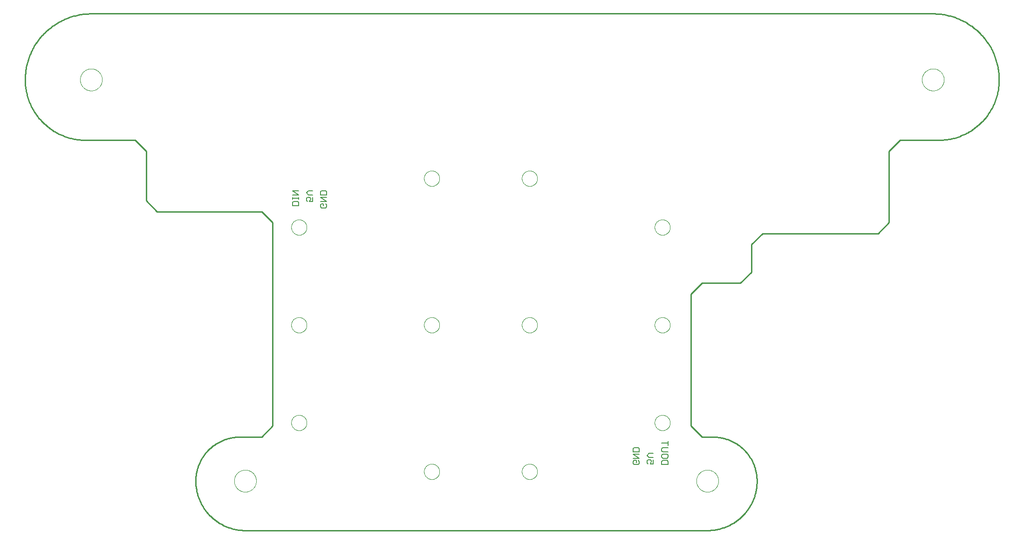
<source format=gbo>
G75*
%MOIN*%
%OFA0B0*%
%FSLAX25Y25*%
%IPPOS*%
%LPD*%
%AMOC8*
5,1,8,0,0,1.08239X$1,22.5*
%
%ADD10C,0.00000*%
%ADD11C,0.01000*%
%ADD12C,0.00500*%
D10*
X0151106Y0036933D02*
X0151108Y0037126D01*
X0151115Y0037319D01*
X0151127Y0037512D01*
X0151144Y0037705D01*
X0151165Y0037897D01*
X0151191Y0038088D01*
X0151222Y0038279D01*
X0151257Y0038469D01*
X0151297Y0038658D01*
X0151342Y0038846D01*
X0151391Y0039033D01*
X0151445Y0039219D01*
X0151503Y0039403D01*
X0151566Y0039586D01*
X0151634Y0039767D01*
X0151705Y0039946D01*
X0151782Y0040124D01*
X0151862Y0040300D01*
X0151947Y0040473D01*
X0152036Y0040645D01*
X0152129Y0040814D01*
X0152226Y0040981D01*
X0152328Y0041146D01*
X0152433Y0041308D01*
X0152542Y0041467D01*
X0152656Y0041624D01*
X0152773Y0041777D01*
X0152893Y0041928D01*
X0153018Y0042076D01*
X0153146Y0042221D01*
X0153277Y0042362D01*
X0153412Y0042501D01*
X0153551Y0042636D01*
X0153692Y0042767D01*
X0153837Y0042895D01*
X0153985Y0043020D01*
X0154136Y0043140D01*
X0154289Y0043257D01*
X0154446Y0043371D01*
X0154605Y0043480D01*
X0154767Y0043585D01*
X0154932Y0043687D01*
X0155099Y0043784D01*
X0155268Y0043877D01*
X0155440Y0043966D01*
X0155613Y0044051D01*
X0155789Y0044131D01*
X0155967Y0044208D01*
X0156146Y0044279D01*
X0156327Y0044347D01*
X0156510Y0044410D01*
X0156694Y0044468D01*
X0156880Y0044522D01*
X0157067Y0044571D01*
X0157255Y0044616D01*
X0157444Y0044656D01*
X0157634Y0044691D01*
X0157825Y0044722D01*
X0158016Y0044748D01*
X0158208Y0044769D01*
X0158401Y0044786D01*
X0158594Y0044798D01*
X0158787Y0044805D01*
X0158980Y0044807D01*
X0159173Y0044805D01*
X0159366Y0044798D01*
X0159559Y0044786D01*
X0159752Y0044769D01*
X0159944Y0044748D01*
X0160135Y0044722D01*
X0160326Y0044691D01*
X0160516Y0044656D01*
X0160705Y0044616D01*
X0160893Y0044571D01*
X0161080Y0044522D01*
X0161266Y0044468D01*
X0161450Y0044410D01*
X0161633Y0044347D01*
X0161814Y0044279D01*
X0161993Y0044208D01*
X0162171Y0044131D01*
X0162347Y0044051D01*
X0162520Y0043966D01*
X0162692Y0043877D01*
X0162861Y0043784D01*
X0163028Y0043687D01*
X0163193Y0043585D01*
X0163355Y0043480D01*
X0163514Y0043371D01*
X0163671Y0043257D01*
X0163824Y0043140D01*
X0163975Y0043020D01*
X0164123Y0042895D01*
X0164268Y0042767D01*
X0164409Y0042636D01*
X0164548Y0042501D01*
X0164683Y0042362D01*
X0164814Y0042221D01*
X0164942Y0042076D01*
X0165067Y0041928D01*
X0165187Y0041777D01*
X0165304Y0041624D01*
X0165418Y0041467D01*
X0165527Y0041308D01*
X0165632Y0041146D01*
X0165734Y0040981D01*
X0165831Y0040814D01*
X0165924Y0040645D01*
X0166013Y0040473D01*
X0166098Y0040300D01*
X0166178Y0040124D01*
X0166255Y0039946D01*
X0166326Y0039767D01*
X0166394Y0039586D01*
X0166457Y0039403D01*
X0166515Y0039219D01*
X0166569Y0039033D01*
X0166618Y0038846D01*
X0166663Y0038658D01*
X0166703Y0038469D01*
X0166738Y0038279D01*
X0166769Y0038088D01*
X0166795Y0037897D01*
X0166816Y0037705D01*
X0166833Y0037512D01*
X0166845Y0037319D01*
X0166852Y0037126D01*
X0166854Y0036933D01*
X0166852Y0036740D01*
X0166845Y0036547D01*
X0166833Y0036354D01*
X0166816Y0036161D01*
X0166795Y0035969D01*
X0166769Y0035778D01*
X0166738Y0035587D01*
X0166703Y0035397D01*
X0166663Y0035208D01*
X0166618Y0035020D01*
X0166569Y0034833D01*
X0166515Y0034647D01*
X0166457Y0034463D01*
X0166394Y0034280D01*
X0166326Y0034099D01*
X0166255Y0033920D01*
X0166178Y0033742D01*
X0166098Y0033566D01*
X0166013Y0033393D01*
X0165924Y0033221D01*
X0165831Y0033052D01*
X0165734Y0032885D01*
X0165632Y0032720D01*
X0165527Y0032558D01*
X0165418Y0032399D01*
X0165304Y0032242D01*
X0165187Y0032089D01*
X0165067Y0031938D01*
X0164942Y0031790D01*
X0164814Y0031645D01*
X0164683Y0031504D01*
X0164548Y0031365D01*
X0164409Y0031230D01*
X0164268Y0031099D01*
X0164123Y0030971D01*
X0163975Y0030846D01*
X0163824Y0030726D01*
X0163671Y0030609D01*
X0163514Y0030495D01*
X0163355Y0030386D01*
X0163193Y0030281D01*
X0163028Y0030179D01*
X0162861Y0030082D01*
X0162692Y0029989D01*
X0162520Y0029900D01*
X0162347Y0029815D01*
X0162171Y0029735D01*
X0161993Y0029658D01*
X0161814Y0029587D01*
X0161633Y0029519D01*
X0161450Y0029456D01*
X0161266Y0029398D01*
X0161080Y0029344D01*
X0160893Y0029295D01*
X0160705Y0029250D01*
X0160516Y0029210D01*
X0160326Y0029175D01*
X0160135Y0029144D01*
X0159944Y0029118D01*
X0159752Y0029097D01*
X0159559Y0029080D01*
X0159366Y0029068D01*
X0159173Y0029061D01*
X0158980Y0029059D01*
X0158787Y0029061D01*
X0158594Y0029068D01*
X0158401Y0029080D01*
X0158208Y0029097D01*
X0158016Y0029118D01*
X0157825Y0029144D01*
X0157634Y0029175D01*
X0157444Y0029210D01*
X0157255Y0029250D01*
X0157067Y0029295D01*
X0156880Y0029344D01*
X0156694Y0029398D01*
X0156510Y0029456D01*
X0156327Y0029519D01*
X0156146Y0029587D01*
X0155967Y0029658D01*
X0155789Y0029735D01*
X0155613Y0029815D01*
X0155440Y0029900D01*
X0155268Y0029989D01*
X0155099Y0030082D01*
X0154932Y0030179D01*
X0154767Y0030281D01*
X0154605Y0030386D01*
X0154446Y0030495D01*
X0154289Y0030609D01*
X0154136Y0030726D01*
X0153985Y0030846D01*
X0153837Y0030971D01*
X0153692Y0031099D01*
X0153551Y0031230D01*
X0153412Y0031365D01*
X0153277Y0031504D01*
X0153146Y0031645D01*
X0153018Y0031790D01*
X0152893Y0031938D01*
X0152773Y0032089D01*
X0152656Y0032242D01*
X0152542Y0032399D01*
X0152433Y0032558D01*
X0152328Y0032720D01*
X0152226Y0032885D01*
X0152129Y0033052D01*
X0152036Y0033221D01*
X0151947Y0033393D01*
X0151862Y0033566D01*
X0151782Y0033742D01*
X0151705Y0033920D01*
X0151634Y0034099D01*
X0151566Y0034280D01*
X0151503Y0034463D01*
X0151445Y0034647D01*
X0151391Y0034833D01*
X0151342Y0035020D01*
X0151297Y0035208D01*
X0151257Y0035397D01*
X0151222Y0035587D01*
X0151191Y0035778D01*
X0151165Y0035969D01*
X0151144Y0036161D01*
X0151127Y0036354D01*
X0151115Y0036547D01*
X0151108Y0036740D01*
X0151106Y0036933D01*
X0191972Y0078587D02*
X0191974Y0078735D01*
X0191980Y0078883D01*
X0191990Y0079031D01*
X0192004Y0079178D01*
X0192022Y0079325D01*
X0192043Y0079471D01*
X0192069Y0079617D01*
X0192099Y0079762D01*
X0192132Y0079906D01*
X0192170Y0080049D01*
X0192211Y0080191D01*
X0192256Y0080332D01*
X0192304Y0080472D01*
X0192357Y0080611D01*
X0192413Y0080748D01*
X0192473Y0080883D01*
X0192536Y0081017D01*
X0192603Y0081149D01*
X0192674Y0081279D01*
X0192748Y0081407D01*
X0192825Y0081533D01*
X0192906Y0081657D01*
X0192990Y0081779D01*
X0193077Y0081898D01*
X0193168Y0082015D01*
X0193262Y0082130D01*
X0193358Y0082242D01*
X0193458Y0082352D01*
X0193560Y0082458D01*
X0193666Y0082562D01*
X0193774Y0082663D01*
X0193885Y0082761D01*
X0193998Y0082857D01*
X0194114Y0082949D01*
X0194232Y0083038D01*
X0194353Y0083123D01*
X0194476Y0083206D01*
X0194601Y0083285D01*
X0194728Y0083361D01*
X0194857Y0083433D01*
X0194988Y0083502D01*
X0195121Y0083567D01*
X0195256Y0083628D01*
X0195392Y0083686D01*
X0195529Y0083741D01*
X0195668Y0083791D01*
X0195809Y0083838D01*
X0195950Y0083881D01*
X0196093Y0083921D01*
X0196237Y0083956D01*
X0196381Y0083988D01*
X0196527Y0084015D01*
X0196673Y0084039D01*
X0196820Y0084059D01*
X0196967Y0084075D01*
X0197114Y0084087D01*
X0197262Y0084095D01*
X0197410Y0084099D01*
X0197558Y0084099D01*
X0197706Y0084095D01*
X0197854Y0084087D01*
X0198001Y0084075D01*
X0198148Y0084059D01*
X0198295Y0084039D01*
X0198441Y0084015D01*
X0198587Y0083988D01*
X0198731Y0083956D01*
X0198875Y0083921D01*
X0199018Y0083881D01*
X0199159Y0083838D01*
X0199300Y0083791D01*
X0199439Y0083741D01*
X0199576Y0083686D01*
X0199712Y0083628D01*
X0199847Y0083567D01*
X0199980Y0083502D01*
X0200111Y0083433D01*
X0200240Y0083361D01*
X0200367Y0083285D01*
X0200492Y0083206D01*
X0200615Y0083123D01*
X0200736Y0083038D01*
X0200854Y0082949D01*
X0200970Y0082857D01*
X0201083Y0082761D01*
X0201194Y0082663D01*
X0201302Y0082562D01*
X0201408Y0082458D01*
X0201510Y0082352D01*
X0201610Y0082242D01*
X0201706Y0082130D01*
X0201800Y0082015D01*
X0201891Y0081898D01*
X0201978Y0081779D01*
X0202062Y0081657D01*
X0202143Y0081533D01*
X0202220Y0081407D01*
X0202294Y0081279D01*
X0202365Y0081149D01*
X0202432Y0081017D01*
X0202495Y0080883D01*
X0202555Y0080748D01*
X0202611Y0080611D01*
X0202664Y0080472D01*
X0202712Y0080332D01*
X0202757Y0080191D01*
X0202798Y0080049D01*
X0202836Y0079906D01*
X0202869Y0079762D01*
X0202899Y0079617D01*
X0202925Y0079471D01*
X0202946Y0079325D01*
X0202964Y0079178D01*
X0202978Y0079031D01*
X0202988Y0078883D01*
X0202994Y0078735D01*
X0202996Y0078587D01*
X0202994Y0078439D01*
X0202988Y0078291D01*
X0202978Y0078143D01*
X0202964Y0077996D01*
X0202946Y0077849D01*
X0202925Y0077703D01*
X0202899Y0077557D01*
X0202869Y0077412D01*
X0202836Y0077268D01*
X0202798Y0077125D01*
X0202757Y0076983D01*
X0202712Y0076842D01*
X0202664Y0076702D01*
X0202611Y0076563D01*
X0202555Y0076426D01*
X0202495Y0076291D01*
X0202432Y0076157D01*
X0202365Y0076025D01*
X0202294Y0075895D01*
X0202220Y0075767D01*
X0202143Y0075641D01*
X0202062Y0075517D01*
X0201978Y0075395D01*
X0201891Y0075276D01*
X0201800Y0075159D01*
X0201706Y0075044D01*
X0201610Y0074932D01*
X0201510Y0074822D01*
X0201408Y0074716D01*
X0201302Y0074612D01*
X0201194Y0074511D01*
X0201083Y0074413D01*
X0200970Y0074317D01*
X0200854Y0074225D01*
X0200736Y0074136D01*
X0200615Y0074051D01*
X0200492Y0073968D01*
X0200367Y0073889D01*
X0200240Y0073813D01*
X0200111Y0073741D01*
X0199980Y0073672D01*
X0199847Y0073607D01*
X0199712Y0073546D01*
X0199576Y0073488D01*
X0199439Y0073433D01*
X0199300Y0073383D01*
X0199159Y0073336D01*
X0199018Y0073293D01*
X0198875Y0073253D01*
X0198731Y0073218D01*
X0198587Y0073186D01*
X0198441Y0073159D01*
X0198295Y0073135D01*
X0198148Y0073115D01*
X0198001Y0073099D01*
X0197854Y0073087D01*
X0197706Y0073079D01*
X0197558Y0073075D01*
X0197410Y0073075D01*
X0197262Y0073079D01*
X0197114Y0073087D01*
X0196967Y0073099D01*
X0196820Y0073115D01*
X0196673Y0073135D01*
X0196527Y0073159D01*
X0196381Y0073186D01*
X0196237Y0073218D01*
X0196093Y0073253D01*
X0195950Y0073293D01*
X0195809Y0073336D01*
X0195668Y0073383D01*
X0195529Y0073433D01*
X0195392Y0073488D01*
X0195256Y0073546D01*
X0195121Y0073607D01*
X0194988Y0073672D01*
X0194857Y0073741D01*
X0194728Y0073813D01*
X0194601Y0073889D01*
X0194476Y0073968D01*
X0194353Y0074051D01*
X0194232Y0074136D01*
X0194114Y0074225D01*
X0193998Y0074317D01*
X0193885Y0074413D01*
X0193774Y0074511D01*
X0193666Y0074612D01*
X0193560Y0074716D01*
X0193458Y0074822D01*
X0193358Y0074932D01*
X0193262Y0075044D01*
X0193168Y0075159D01*
X0193077Y0075276D01*
X0192990Y0075395D01*
X0192906Y0075517D01*
X0192825Y0075641D01*
X0192748Y0075767D01*
X0192674Y0075895D01*
X0192603Y0076025D01*
X0192536Y0076157D01*
X0192473Y0076291D01*
X0192413Y0076426D01*
X0192357Y0076563D01*
X0192304Y0076702D01*
X0192256Y0076842D01*
X0192211Y0076983D01*
X0192170Y0077125D01*
X0192132Y0077268D01*
X0192099Y0077412D01*
X0192069Y0077557D01*
X0192043Y0077703D01*
X0192022Y0077849D01*
X0192004Y0077996D01*
X0191990Y0078143D01*
X0191980Y0078291D01*
X0191974Y0078439D01*
X0191972Y0078587D01*
X0286972Y0043587D02*
X0286974Y0043735D01*
X0286980Y0043883D01*
X0286990Y0044031D01*
X0287004Y0044178D01*
X0287022Y0044325D01*
X0287043Y0044471D01*
X0287069Y0044617D01*
X0287099Y0044762D01*
X0287132Y0044906D01*
X0287170Y0045049D01*
X0287211Y0045191D01*
X0287256Y0045332D01*
X0287304Y0045472D01*
X0287357Y0045611D01*
X0287413Y0045748D01*
X0287473Y0045883D01*
X0287536Y0046017D01*
X0287603Y0046149D01*
X0287674Y0046279D01*
X0287748Y0046407D01*
X0287825Y0046533D01*
X0287906Y0046657D01*
X0287990Y0046779D01*
X0288077Y0046898D01*
X0288168Y0047015D01*
X0288262Y0047130D01*
X0288358Y0047242D01*
X0288458Y0047352D01*
X0288560Y0047458D01*
X0288666Y0047562D01*
X0288774Y0047663D01*
X0288885Y0047761D01*
X0288998Y0047857D01*
X0289114Y0047949D01*
X0289232Y0048038D01*
X0289353Y0048123D01*
X0289476Y0048206D01*
X0289601Y0048285D01*
X0289728Y0048361D01*
X0289857Y0048433D01*
X0289988Y0048502D01*
X0290121Y0048567D01*
X0290256Y0048628D01*
X0290392Y0048686D01*
X0290529Y0048741D01*
X0290668Y0048791D01*
X0290809Y0048838D01*
X0290950Y0048881D01*
X0291093Y0048921D01*
X0291237Y0048956D01*
X0291381Y0048988D01*
X0291527Y0049015D01*
X0291673Y0049039D01*
X0291820Y0049059D01*
X0291967Y0049075D01*
X0292114Y0049087D01*
X0292262Y0049095D01*
X0292410Y0049099D01*
X0292558Y0049099D01*
X0292706Y0049095D01*
X0292854Y0049087D01*
X0293001Y0049075D01*
X0293148Y0049059D01*
X0293295Y0049039D01*
X0293441Y0049015D01*
X0293587Y0048988D01*
X0293731Y0048956D01*
X0293875Y0048921D01*
X0294018Y0048881D01*
X0294159Y0048838D01*
X0294300Y0048791D01*
X0294439Y0048741D01*
X0294576Y0048686D01*
X0294712Y0048628D01*
X0294847Y0048567D01*
X0294980Y0048502D01*
X0295111Y0048433D01*
X0295240Y0048361D01*
X0295367Y0048285D01*
X0295492Y0048206D01*
X0295615Y0048123D01*
X0295736Y0048038D01*
X0295854Y0047949D01*
X0295970Y0047857D01*
X0296083Y0047761D01*
X0296194Y0047663D01*
X0296302Y0047562D01*
X0296408Y0047458D01*
X0296510Y0047352D01*
X0296610Y0047242D01*
X0296706Y0047130D01*
X0296800Y0047015D01*
X0296891Y0046898D01*
X0296978Y0046779D01*
X0297062Y0046657D01*
X0297143Y0046533D01*
X0297220Y0046407D01*
X0297294Y0046279D01*
X0297365Y0046149D01*
X0297432Y0046017D01*
X0297495Y0045883D01*
X0297555Y0045748D01*
X0297611Y0045611D01*
X0297664Y0045472D01*
X0297712Y0045332D01*
X0297757Y0045191D01*
X0297798Y0045049D01*
X0297836Y0044906D01*
X0297869Y0044762D01*
X0297899Y0044617D01*
X0297925Y0044471D01*
X0297946Y0044325D01*
X0297964Y0044178D01*
X0297978Y0044031D01*
X0297988Y0043883D01*
X0297994Y0043735D01*
X0297996Y0043587D01*
X0297994Y0043439D01*
X0297988Y0043291D01*
X0297978Y0043143D01*
X0297964Y0042996D01*
X0297946Y0042849D01*
X0297925Y0042703D01*
X0297899Y0042557D01*
X0297869Y0042412D01*
X0297836Y0042268D01*
X0297798Y0042125D01*
X0297757Y0041983D01*
X0297712Y0041842D01*
X0297664Y0041702D01*
X0297611Y0041563D01*
X0297555Y0041426D01*
X0297495Y0041291D01*
X0297432Y0041157D01*
X0297365Y0041025D01*
X0297294Y0040895D01*
X0297220Y0040767D01*
X0297143Y0040641D01*
X0297062Y0040517D01*
X0296978Y0040395D01*
X0296891Y0040276D01*
X0296800Y0040159D01*
X0296706Y0040044D01*
X0296610Y0039932D01*
X0296510Y0039822D01*
X0296408Y0039716D01*
X0296302Y0039612D01*
X0296194Y0039511D01*
X0296083Y0039413D01*
X0295970Y0039317D01*
X0295854Y0039225D01*
X0295736Y0039136D01*
X0295615Y0039051D01*
X0295492Y0038968D01*
X0295367Y0038889D01*
X0295240Y0038813D01*
X0295111Y0038741D01*
X0294980Y0038672D01*
X0294847Y0038607D01*
X0294712Y0038546D01*
X0294576Y0038488D01*
X0294439Y0038433D01*
X0294300Y0038383D01*
X0294159Y0038336D01*
X0294018Y0038293D01*
X0293875Y0038253D01*
X0293731Y0038218D01*
X0293587Y0038186D01*
X0293441Y0038159D01*
X0293295Y0038135D01*
X0293148Y0038115D01*
X0293001Y0038099D01*
X0292854Y0038087D01*
X0292706Y0038079D01*
X0292558Y0038075D01*
X0292410Y0038075D01*
X0292262Y0038079D01*
X0292114Y0038087D01*
X0291967Y0038099D01*
X0291820Y0038115D01*
X0291673Y0038135D01*
X0291527Y0038159D01*
X0291381Y0038186D01*
X0291237Y0038218D01*
X0291093Y0038253D01*
X0290950Y0038293D01*
X0290809Y0038336D01*
X0290668Y0038383D01*
X0290529Y0038433D01*
X0290392Y0038488D01*
X0290256Y0038546D01*
X0290121Y0038607D01*
X0289988Y0038672D01*
X0289857Y0038741D01*
X0289728Y0038813D01*
X0289601Y0038889D01*
X0289476Y0038968D01*
X0289353Y0039051D01*
X0289232Y0039136D01*
X0289114Y0039225D01*
X0288998Y0039317D01*
X0288885Y0039413D01*
X0288774Y0039511D01*
X0288666Y0039612D01*
X0288560Y0039716D01*
X0288458Y0039822D01*
X0288358Y0039932D01*
X0288262Y0040044D01*
X0288168Y0040159D01*
X0288077Y0040276D01*
X0287990Y0040395D01*
X0287906Y0040517D01*
X0287825Y0040641D01*
X0287748Y0040767D01*
X0287674Y0040895D01*
X0287603Y0041025D01*
X0287536Y0041157D01*
X0287473Y0041291D01*
X0287413Y0041426D01*
X0287357Y0041563D01*
X0287304Y0041702D01*
X0287256Y0041842D01*
X0287211Y0041983D01*
X0287170Y0042125D01*
X0287132Y0042268D01*
X0287099Y0042412D01*
X0287069Y0042557D01*
X0287043Y0042703D01*
X0287022Y0042849D01*
X0287004Y0042996D01*
X0286990Y0043143D01*
X0286980Y0043291D01*
X0286974Y0043439D01*
X0286972Y0043587D01*
X0356972Y0043587D02*
X0356974Y0043735D01*
X0356980Y0043883D01*
X0356990Y0044031D01*
X0357004Y0044178D01*
X0357022Y0044325D01*
X0357043Y0044471D01*
X0357069Y0044617D01*
X0357099Y0044762D01*
X0357132Y0044906D01*
X0357170Y0045049D01*
X0357211Y0045191D01*
X0357256Y0045332D01*
X0357304Y0045472D01*
X0357357Y0045611D01*
X0357413Y0045748D01*
X0357473Y0045883D01*
X0357536Y0046017D01*
X0357603Y0046149D01*
X0357674Y0046279D01*
X0357748Y0046407D01*
X0357825Y0046533D01*
X0357906Y0046657D01*
X0357990Y0046779D01*
X0358077Y0046898D01*
X0358168Y0047015D01*
X0358262Y0047130D01*
X0358358Y0047242D01*
X0358458Y0047352D01*
X0358560Y0047458D01*
X0358666Y0047562D01*
X0358774Y0047663D01*
X0358885Y0047761D01*
X0358998Y0047857D01*
X0359114Y0047949D01*
X0359232Y0048038D01*
X0359353Y0048123D01*
X0359476Y0048206D01*
X0359601Y0048285D01*
X0359728Y0048361D01*
X0359857Y0048433D01*
X0359988Y0048502D01*
X0360121Y0048567D01*
X0360256Y0048628D01*
X0360392Y0048686D01*
X0360529Y0048741D01*
X0360668Y0048791D01*
X0360809Y0048838D01*
X0360950Y0048881D01*
X0361093Y0048921D01*
X0361237Y0048956D01*
X0361381Y0048988D01*
X0361527Y0049015D01*
X0361673Y0049039D01*
X0361820Y0049059D01*
X0361967Y0049075D01*
X0362114Y0049087D01*
X0362262Y0049095D01*
X0362410Y0049099D01*
X0362558Y0049099D01*
X0362706Y0049095D01*
X0362854Y0049087D01*
X0363001Y0049075D01*
X0363148Y0049059D01*
X0363295Y0049039D01*
X0363441Y0049015D01*
X0363587Y0048988D01*
X0363731Y0048956D01*
X0363875Y0048921D01*
X0364018Y0048881D01*
X0364159Y0048838D01*
X0364300Y0048791D01*
X0364439Y0048741D01*
X0364576Y0048686D01*
X0364712Y0048628D01*
X0364847Y0048567D01*
X0364980Y0048502D01*
X0365111Y0048433D01*
X0365240Y0048361D01*
X0365367Y0048285D01*
X0365492Y0048206D01*
X0365615Y0048123D01*
X0365736Y0048038D01*
X0365854Y0047949D01*
X0365970Y0047857D01*
X0366083Y0047761D01*
X0366194Y0047663D01*
X0366302Y0047562D01*
X0366408Y0047458D01*
X0366510Y0047352D01*
X0366610Y0047242D01*
X0366706Y0047130D01*
X0366800Y0047015D01*
X0366891Y0046898D01*
X0366978Y0046779D01*
X0367062Y0046657D01*
X0367143Y0046533D01*
X0367220Y0046407D01*
X0367294Y0046279D01*
X0367365Y0046149D01*
X0367432Y0046017D01*
X0367495Y0045883D01*
X0367555Y0045748D01*
X0367611Y0045611D01*
X0367664Y0045472D01*
X0367712Y0045332D01*
X0367757Y0045191D01*
X0367798Y0045049D01*
X0367836Y0044906D01*
X0367869Y0044762D01*
X0367899Y0044617D01*
X0367925Y0044471D01*
X0367946Y0044325D01*
X0367964Y0044178D01*
X0367978Y0044031D01*
X0367988Y0043883D01*
X0367994Y0043735D01*
X0367996Y0043587D01*
X0367994Y0043439D01*
X0367988Y0043291D01*
X0367978Y0043143D01*
X0367964Y0042996D01*
X0367946Y0042849D01*
X0367925Y0042703D01*
X0367899Y0042557D01*
X0367869Y0042412D01*
X0367836Y0042268D01*
X0367798Y0042125D01*
X0367757Y0041983D01*
X0367712Y0041842D01*
X0367664Y0041702D01*
X0367611Y0041563D01*
X0367555Y0041426D01*
X0367495Y0041291D01*
X0367432Y0041157D01*
X0367365Y0041025D01*
X0367294Y0040895D01*
X0367220Y0040767D01*
X0367143Y0040641D01*
X0367062Y0040517D01*
X0366978Y0040395D01*
X0366891Y0040276D01*
X0366800Y0040159D01*
X0366706Y0040044D01*
X0366610Y0039932D01*
X0366510Y0039822D01*
X0366408Y0039716D01*
X0366302Y0039612D01*
X0366194Y0039511D01*
X0366083Y0039413D01*
X0365970Y0039317D01*
X0365854Y0039225D01*
X0365736Y0039136D01*
X0365615Y0039051D01*
X0365492Y0038968D01*
X0365367Y0038889D01*
X0365240Y0038813D01*
X0365111Y0038741D01*
X0364980Y0038672D01*
X0364847Y0038607D01*
X0364712Y0038546D01*
X0364576Y0038488D01*
X0364439Y0038433D01*
X0364300Y0038383D01*
X0364159Y0038336D01*
X0364018Y0038293D01*
X0363875Y0038253D01*
X0363731Y0038218D01*
X0363587Y0038186D01*
X0363441Y0038159D01*
X0363295Y0038135D01*
X0363148Y0038115D01*
X0363001Y0038099D01*
X0362854Y0038087D01*
X0362706Y0038079D01*
X0362558Y0038075D01*
X0362410Y0038075D01*
X0362262Y0038079D01*
X0362114Y0038087D01*
X0361967Y0038099D01*
X0361820Y0038115D01*
X0361673Y0038135D01*
X0361527Y0038159D01*
X0361381Y0038186D01*
X0361237Y0038218D01*
X0361093Y0038253D01*
X0360950Y0038293D01*
X0360809Y0038336D01*
X0360668Y0038383D01*
X0360529Y0038433D01*
X0360392Y0038488D01*
X0360256Y0038546D01*
X0360121Y0038607D01*
X0359988Y0038672D01*
X0359857Y0038741D01*
X0359728Y0038813D01*
X0359601Y0038889D01*
X0359476Y0038968D01*
X0359353Y0039051D01*
X0359232Y0039136D01*
X0359114Y0039225D01*
X0358998Y0039317D01*
X0358885Y0039413D01*
X0358774Y0039511D01*
X0358666Y0039612D01*
X0358560Y0039716D01*
X0358458Y0039822D01*
X0358358Y0039932D01*
X0358262Y0040044D01*
X0358168Y0040159D01*
X0358077Y0040276D01*
X0357990Y0040395D01*
X0357906Y0040517D01*
X0357825Y0040641D01*
X0357748Y0040767D01*
X0357674Y0040895D01*
X0357603Y0041025D01*
X0357536Y0041157D01*
X0357473Y0041291D01*
X0357413Y0041426D01*
X0357357Y0041563D01*
X0357304Y0041702D01*
X0357256Y0041842D01*
X0357211Y0041983D01*
X0357170Y0042125D01*
X0357132Y0042268D01*
X0357099Y0042412D01*
X0357069Y0042557D01*
X0357043Y0042703D01*
X0357022Y0042849D01*
X0357004Y0042996D01*
X0356990Y0043143D01*
X0356980Y0043291D01*
X0356974Y0043439D01*
X0356972Y0043587D01*
X0451972Y0078587D02*
X0451974Y0078735D01*
X0451980Y0078883D01*
X0451990Y0079031D01*
X0452004Y0079178D01*
X0452022Y0079325D01*
X0452043Y0079471D01*
X0452069Y0079617D01*
X0452099Y0079762D01*
X0452132Y0079906D01*
X0452170Y0080049D01*
X0452211Y0080191D01*
X0452256Y0080332D01*
X0452304Y0080472D01*
X0452357Y0080611D01*
X0452413Y0080748D01*
X0452473Y0080883D01*
X0452536Y0081017D01*
X0452603Y0081149D01*
X0452674Y0081279D01*
X0452748Y0081407D01*
X0452825Y0081533D01*
X0452906Y0081657D01*
X0452990Y0081779D01*
X0453077Y0081898D01*
X0453168Y0082015D01*
X0453262Y0082130D01*
X0453358Y0082242D01*
X0453458Y0082352D01*
X0453560Y0082458D01*
X0453666Y0082562D01*
X0453774Y0082663D01*
X0453885Y0082761D01*
X0453998Y0082857D01*
X0454114Y0082949D01*
X0454232Y0083038D01*
X0454353Y0083123D01*
X0454476Y0083206D01*
X0454601Y0083285D01*
X0454728Y0083361D01*
X0454857Y0083433D01*
X0454988Y0083502D01*
X0455121Y0083567D01*
X0455256Y0083628D01*
X0455392Y0083686D01*
X0455529Y0083741D01*
X0455668Y0083791D01*
X0455809Y0083838D01*
X0455950Y0083881D01*
X0456093Y0083921D01*
X0456237Y0083956D01*
X0456381Y0083988D01*
X0456527Y0084015D01*
X0456673Y0084039D01*
X0456820Y0084059D01*
X0456967Y0084075D01*
X0457114Y0084087D01*
X0457262Y0084095D01*
X0457410Y0084099D01*
X0457558Y0084099D01*
X0457706Y0084095D01*
X0457854Y0084087D01*
X0458001Y0084075D01*
X0458148Y0084059D01*
X0458295Y0084039D01*
X0458441Y0084015D01*
X0458587Y0083988D01*
X0458731Y0083956D01*
X0458875Y0083921D01*
X0459018Y0083881D01*
X0459159Y0083838D01*
X0459300Y0083791D01*
X0459439Y0083741D01*
X0459576Y0083686D01*
X0459712Y0083628D01*
X0459847Y0083567D01*
X0459980Y0083502D01*
X0460111Y0083433D01*
X0460240Y0083361D01*
X0460367Y0083285D01*
X0460492Y0083206D01*
X0460615Y0083123D01*
X0460736Y0083038D01*
X0460854Y0082949D01*
X0460970Y0082857D01*
X0461083Y0082761D01*
X0461194Y0082663D01*
X0461302Y0082562D01*
X0461408Y0082458D01*
X0461510Y0082352D01*
X0461610Y0082242D01*
X0461706Y0082130D01*
X0461800Y0082015D01*
X0461891Y0081898D01*
X0461978Y0081779D01*
X0462062Y0081657D01*
X0462143Y0081533D01*
X0462220Y0081407D01*
X0462294Y0081279D01*
X0462365Y0081149D01*
X0462432Y0081017D01*
X0462495Y0080883D01*
X0462555Y0080748D01*
X0462611Y0080611D01*
X0462664Y0080472D01*
X0462712Y0080332D01*
X0462757Y0080191D01*
X0462798Y0080049D01*
X0462836Y0079906D01*
X0462869Y0079762D01*
X0462899Y0079617D01*
X0462925Y0079471D01*
X0462946Y0079325D01*
X0462964Y0079178D01*
X0462978Y0079031D01*
X0462988Y0078883D01*
X0462994Y0078735D01*
X0462996Y0078587D01*
X0462994Y0078439D01*
X0462988Y0078291D01*
X0462978Y0078143D01*
X0462964Y0077996D01*
X0462946Y0077849D01*
X0462925Y0077703D01*
X0462899Y0077557D01*
X0462869Y0077412D01*
X0462836Y0077268D01*
X0462798Y0077125D01*
X0462757Y0076983D01*
X0462712Y0076842D01*
X0462664Y0076702D01*
X0462611Y0076563D01*
X0462555Y0076426D01*
X0462495Y0076291D01*
X0462432Y0076157D01*
X0462365Y0076025D01*
X0462294Y0075895D01*
X0462220Y0075767D01*
X0462143Y0075641D01*
X0462062Y0075517D01*
X0461978Y0075395D01*
X0461891Y0075276D01*
X0461800Y0075159D01*
X0461706Y0075044D01*
X0461610Y0074932D01*
X0461510Y0074822D01*
X0461408Y0074716D01*
X0461302Y0074612D01*
X0461194Y0074511D01*
X0461083Y0074413D01*
X0460970Y0074317D01*
X0460854Y0074225D01*
X0460736Y0074136D01*
X0460615Y0074051D01*
X0460492Y0073968D01*
X0460367Y0073889D01*
X0460240Y0073813D01*
X0460111Y0073741D01*
X0459980Y0073672D01*
X0459847Y0073607D01*
X0459712Y0073546D01*
X0459576Y0073488D01*
X0459439Y0073433D01*
X0459300Y0073383D01*
X0459159Y0073336D01*
X0459018Y0073293D01*
X0458875Y0073253D01*
X0458731Y0073218D01*
X0458587Y0073186D01*
X0458441Y0073159D01*
X0458295Y0073135D01*
X0458148Y0073115D01*
X0458001Y0073099D01*
X0457854Y0073087D01*
X0457706Y0073079D01*
X0457558Y0073075D01*
X0457410Y0073075D01*
X0457262Y0073079D01*
X0457114Y0073087D01*
X0456967Y0073099D01*
X0456820Y0073115D01*
X0456673Y0073135D01*
X0456527Y0073159D01*
X0456381Y0073186D01*
X0456237Y0073218D01*
X0456093Y0073253D01*
X0455950Y0073293D01*
X0455809Y0073336D01*
X0455668Y0073383D01*
X0455529Y0073433D01*
X0455392Y0073488D01*
X0455256Y0073546D01*
X0455121Y0073607D01*
X0454988Y0073672D01*
X0454857Y0073741D01*
X0454728Y0073813D01*
X0454601Y0073889D01*
X0454476Y0073968D01*
X0454353Y0074051D01*
X0454232Y0074136D01*
X0454114Y0074225D01*
X0453998Y0074317D01*
X0453885Y0074413D01*
X0453774Y0074511D01*
X0453666Y0074612D01*
X0453560Y0074716D01*
X0453458Y0074822D01*
X0453358Y0074932D01*
X0453262Y0075044D01*
X0453168Y0075159D01*
X0453077Y0075276D01*
X0452990Y0075395D01*
X0452906Y0075517D01*
X0452825Y0075641D01*
X0452748Y0075767D01*
X0452674Y0075895D01*
X0452603Y0076025D01*
X0452536Y0076157D01*
X0452473Y0076291D01*
X0452413Y0076426D01*
X0452357Y0076563D01*
X0452304Y0076702D01*
X0452256Y0076842D01*
X0452211Y0076983D01*
X0452170Y0077125D01*
X0452132Y0077268D01*
X0452099Y0077412D01*
X0452069Y0077557D01*
X0452043Y0077703D01*
X0452022Y0077849D01*
X0452004Y0077996D01*
X0451990Y0078143D01*
X0451980Y0078291D01*
X0451974Y0078439D01*
X0451972Y0078587D01*
X0481815Y0036933D02*
X0481817Y0037126D01*
X0481824Y0037319D01*
X0481836Y0037512D01*
X0481853Y0037705D01*
X0481874Y0037897D01*
X0481900Y0038088D01*
X0481931Y0038279D01*
X0481966Y0038469D01*
X0482006Y0038658D01*
X0482051Y0038846D01*
X0482100Y0039033D01*
X0482154Y0039219D01*
X0482212Y0039403D01*
X0482275Y0039586D01*
X0482343Y0039767D01*
X0482414Y0039946D01*
X0482491Y0040124D01*
X0482571Y0040300D01*
X0482656Y0040473D01*
X0482745Y0040645D01*
X0482838Y0040814D01*
X0482935Y0040981D01*
X0483037Y0041146D01*
X0483142Y0041308D01*
X0483251Y0041467D01*
X0483365Y0041624D01*
X0483482Y0041777D01*
X0483602Y0041928D01*
X0483727Y0042076D01*
X0483855Y0042221D01*
X0483986Y0042362D01*
X0484121Y0042501D01*
X0484260Y0042636D01*
X0484401Y0042767D01*
X0484546Y0042895D01*
X0484694Y0043020D01*
X0484845Y0043140D01*
X0484998Y0043257D01*
X0485155Y0043371D01*
X0485314Y0043480D01*
X0485476Y0043585D01*
X0485641Y0043687D01*
X0485808Y0043784D01*
X0485977Y0043877D01*
X0486149Y0043966D01*
X0486322Y0044051D01*
X0486498Y0044131D01*
X0486676Y0044208D01*
X0486855Y0044279D01*
X0487036Y0044347D01*
X0487219Y0044410D01*
X0487403Y0044468D01*
X0487589Y0044522D01*
X0487776Y0044571D01*
X0487964Y0044616D01*
X0488153Y0044656D01*
X0488343Y0044691D01*
X0488534Y0044722D01*
X0488725Y0044748D01*
X0488917Y0044769D01*
X0489110Y0044786D01*
X0489303Y0044798D01*
X0489496Y0044805D01*
X0489689Y0044807D01*
X0489882Y0044805D01*
X0490075Y0044798D01*
X0490268Y0044786D01*
X0490461Y0044769D01*
X0490653Y0044748D01*
X0490844Y0044722D01*
X0491035Y0044691D01*
X0491225Y0044656D01*
X0491414Y0044616D01*
X0491602Y0044571D01*
X0491789Y0044522D01*
X0491975Y0044468D01*
X0492159Y0044410D01*
X0492342Y0044347D01*
X0492523Y0044279D01*
X0492702Y0044208D01*
X0492880Y0044131D01*
X0493056Y0044051D01*
X0493229Y0043966D01*
X0493401Y0043877D01*
X0493570Y0043784D01*
X0493737Y0043687D01*
X0493902Y0043585D01*
X0494064Y0043480D01*
X0494223Y0043371D01*
X0494380Y0043257D01*
X0494533Y0043140D01*
X0494684Y0043020D01*
X0494832Y0042895D01*
X0494977Y0042767D01*
X0495118Y0042636D01*
X0495257Y0042501D01*
X0495392Y0042362D01*
X0495523Y0042221D01*
X0495651Y0042076D01*
X0495776Y0041928D01*
X0495896Y0041777D01*
X0496013Y0041624D01*
X0496127Y0041467D01*
X0496236Y0041308D01*
X0496341Y0041146D01*
X0496443Y0040981D01*
X0496540Y0040814D01*
X0496633Y0040645D01*
X0496722Y0040473D01*
X0496807Y0040300D01*
X0496887Y0040124D01*
X0496964Y0039946D01*
X0497035Y0039767D01*
X0497103Y0039586D01*
X0497166Y0039403D01*
X0497224Y0039219D01*
X0497278Y0039033D01*
X0497327Y0038846D01*
X0497372Y0038658D01*
X0497412Y0038469D01*
X0497447Y0038279D01*
X0497478Y0038088D01*
X0497504Y0037897D01*
X0497525Y0037705D01*
X0497542Y0037512D01*
X0497554Y0037319D01*
X0497561Y0037126D01*
X0497563Y0036933D01*
X0497561Y0036740D01*
X0497554Y0036547D01*
X0497542Y0036354D01*
X0497525Y0036161D01*
X0497504Y0035969D01*
X0497478Y0035778D01*
X0497447Y0035587D01*
X0497412Y0035397D01*
X0497372Y0035208D01*
X0497327Y0035020D01*
X0497278Y0034833D01*
X0497224Y0034647D01*
X0497166Y0034463D01*
X0497103Y0034280D01*
X0497035Y0034099D01*
X0496964Y0033920D01*
X0496887Y0033742D01*
X0496807Y0033566D01*
X0496722Y0033393D01*
X0496633Y0033221D01*
X0496540Y0033052D01*
X0496443Y0032885D01*
X0496341Y0032720D01*
X0496236Y0032558D01*
X0496127Y0032399D01*
X0496013Y0032242D01*
X0495896Y0032089D01*
X0495776Y0031938D01*
X0495651Y0031790D01*
X0495523Y0031645D01*
X0495392Y0031504D01*
X0495257Y0031365D01*
X0495118Y0031230D01*
X0494977Y0031099D01*
X0494832Y0030971D01*
X0494684Y0030846D01*
X0494533Y0030726D01*
X0494380Y0030609D01*
X0494223Y0030495D01*
X0494064Y0030386D01*
X0493902Y0030281D01*
X0493737Y0030179D01*
X0493570Y0030082D01*
X0493401Y0029989D01*
X0493229Y0029900D01*
X0493056Y0029815D01*
X0492880Y0029735D01*
X0492702Y0029658D01*
X0492523Y0029587D01*
X0492342Y0029519D01*
X0492159Y0029456D01*
X0491975Y0029398D01*
X0491789Y0029344D01*
X0491602Y0029295D01*
X0491414Y0029250D01*
X0491225Y0029210D01*
X0491035Y0029175D01*
X0490844Y0029144D01*
X0490653Y0029118D01*
X0490461Y0029097D01*
X0490268Y0029080D01*
X0490075Y0029068D01*
X0489882Y0029061D01*
X0489689Y0029059D01*
X0489496Y0029061D01*
X0489303Y0029068D01*
X0489110Y0029080D01*
X0488917Y0029097D01*
X0488725Y0029118D01*
X0488534Y0029144D01*
X0488343Y0029175D01*
X0488153Y0029210D01*
X0487964Y0029250D01*
X0487776Y0029295D01*
X0487589Y0029344D01*
X0487403Y0029398D01*
X0487219Y0029456D01*
X0487036Y0029519D01*
X0486855Y0029587D01*
X0486676Y0029658D01*
X0486498Y0029735D01*
X0486322Y0029815D01*
X0486149Y0029900D01*
X0485977Y0029989D01*
X0485808Y0030082D01*
X0485641Y0030179D01*
X0485476Y0030281D01*
X0485314Y0030386D01*
X0485155Y0030495D01*
X0484998Y0030609D01*
X0484845Y0030726D01*
X0484694Y0030846D01*
X0484546Y0030971D01*
X0484401Y0031099D01*
X0484260Y0031230D01*
X0484121Y0031365D01*
X0483986Y0031504D01*
X0483855Y0031645D01*
X0483727Y0031790D01*
X0483602Y0031938D01*
X0483482Y0032089D01*
X0483365Y0032242D01*
X0483251Y0032399D01*
X0483142Y0032558D01*
X0483037Y0032720D01*
X0482935Y0032885D01*
X0482838Y0033052D01*
X0482745Y0033221D01*
X0482656Y0033393D01*
X0482571Y0033566D01*
X0482491Y0033742D01*
X0482414Y0033920D01*
X0482343Y0034099D01*
X0482275Y0034280D01*
X0482212Y0034463D01*
X0482154Y0034647D01*
X0482100Y0034833D01*
X0482051Y0035020D01*
X0482006Y0035208D01*
X0481966Y0035397D01*
X0481931Y0035587D01*
X0481900Y0035778D01*
X0481874Y0035969D01*
X0481853Y0036161D01*
X0481836Y0036354D01*
X0481824Y0036547D01*
X0481817Y0036740D01*
X0481815Y0036933D01*
X0451972Y0148587D02*
X0451974Y0148735D01*
X0451980Y0148883D01*
X0451990Y0149031D01*
X0452004Y0149178D01*
X0452022Y0149325D01*
X0452043Y0149471D01*
X0452069Y0149617D01*
X0452099Y0149762D01*
X0452132Y0149906D01*
X0452170Y0150049D01*
X0452211Y0150191D01*
X0452256Y0150332D01*
X0452304Y0150472D01*
X0452357Y0150611D01*
X0452413Y0150748D01*
X0452473Y0150883D01*
X0452536Y0151017D01*
X0452603Y0151149D01*
X0452674Y0151279D01*
X0452748Y0151407D01*
X0452825Y0151533D01*
X0452906Y0151657D01*
X0452990Y0151779D01*
X0453077Y0151898D01*
X0453168Y0152015D01*
X0453262Y0152130D01*
X0453358Y0152242D01*
X0453458Y0152352D01*
X0453560Y0152458D01*
X0453666Y0152562D01*
X0453774Y0152663D01*
X0453885Y0152761D01*
X0453998Y0152857D01*
X0454114Y0152949D01*
X0454232Y0153038D01*
X0454353Y0153123D01*
X0454476Y0153206D01*
X0454601Y0153285D01*
X0454728Y0153361D01*
X0454857Y0153433D01*
X0454988Y0153502D01*
X0455121Y0153567D01*
X0455256Y0153628D01*
X0455392Y0153686D01*
X0455529Y0153741D01*
X0455668Y0153791D01*
X0455809Y0153838D01*
X0455950Y0153881D01*
X0456093Y0153921D01*
X0456237Y0153956D01*
X0456381Y0153988D01*
X0456527Y0154015D01*
X0456673Y0154039D01*
X0456820Y0154059D01*
X0456967Y0154075D01*
X0457114Y0154087D01*
X0457262Y0154095D01*
X0457410Y0154099D01*
X0457558Y0154099D01*
X0457706Y0154095D01*
X0457854Y0154087D01*
X0458001Y0154075D01*
X0458148Y0154059D01*
X0458295Y0154039D01*
X0458441Y0154015D01*
X0458587Y0153988D01*
X0458731Y0153956D01*
X0458875Y0153921D01*
X0459018Y0153881D01*
X0459159Y0153838D01*
X0459300Y0153791D01*
X0459439Y0153741D01*
X0459576Y0153686D01*
X0459712Y0153628D01*
X0459847Y0153567D01*
X0459980Y0153502D01*
X0460111Y0153433D01*
X0460240Y0153361D01*
X0460367Y0153285D01*
X0460492Y0153206D01*
X0460615Y0153123D01*
X0460736Y0153038D01*
X0460854Y0152949D01*
X0460970Y0152857D01*
X0461083Y0152761D01*
X0461194Y0152663D01*
X0461302Y0152562D01*
X0461408Y0152458D01*
X0461510Y0152352D01*
X0461610Y0152242D01*
X0461706Y0152130D01*
X0461800Y0152015D01*
X0461891Y0151898D01*
X0461978Y0151779D01*
X0462062Y0151657D01*
X0462143Y0151533D01*
X0462220Y0151407D01*
X0462294Y0151279D01*
X0462365Y0151149D01*
X0462432Y0151017D01*
X0462495Y0150883D01*
X0462555Y0150748D01*
X0462611Y0150611D01*
X0462664Y0150472D01*
X0462712Y0150332D01*
X0462757Y0150191D01*
X0462798Y0150049D01*
X0462836Y0149906D01*
X0462869Y0149762D01*
X0462899Y0149617D01*
X0462925Y0149471D01*
X0462946Y0149325D01*
X0462964Y0149178D01*
X0462978Y0149031D01*
X0462988Y0148883D01*
X0462994Y0148735D01*
X0462996Y0148587D01*
X0462994Y0148439D01*
X0462988Y0148291D01*
X0462978Y0148143D01*
X0462964Y0147996D01*
X0462946Y0147849D01*
X0462925Y0147703D01*
X0462899Y0147557D01*
X0462869Y0147412D01*
X0462836Y0147268D01*
X0462798Y0147125D01*
X0462757Y0146983D01*
X0462712Y0146842D01*
X0462664Y0146702D01*
X0462611Y0146563D01*
X0462555Y0146426D01*
X0462495Y0146291D01*
X0462432Y0146157D01*
X0462365Y0146025D01*
X0462294Y0145895D01*
X0462220Y0145767D01*
X0462143Y0145641D01*
X0462062Y0145517D01*
X0461978Y0145395D01*
X0461891Y0145276D01*
X0461800Y0145159D01*
X0461706Y0145044D01*
X0461610Y0144932D01*
X0461510Y0144822D01*
X0461408Y0144716D01*
X0461302Y0144612D01*
X0461194Y0144511D01*
X0461083Y0144413D01*
X0460970Y0144317D01*
X0460854Y0144225D01*
X0460736Y0144136D01*
X0460615Y0144051D01*
X0460492Y0143968D01*
X0460367Y0143889D01*
X0460240Y0143813D01*
X0460111Y0143741D01*
X0459980Y0143672D01*
X0459847Y0143607D01*
X0459712Y0143546D01*
X0459576Y0143488D01*
X0459439Y0143433D01*
X0459300Y0143383D01*
X0459159Y0143336D01*
X0459018Y0143293D01*
X0458875Y0143253D01*
X0458731Y0143218D01*
X0458587Y0143186D01*
X0458441Y0143159D01*
X0458295Y0143135D01*
X0458148Y0143115D01*
X0458001Y0143099D01*
X0457854Y0143087D01*
X0457706Y0143079D01*
X0457558Y0143075D01*
X0457410Y0143075D01*
X0457262Y0143079D01*
X0457114Y0143087D01*
X0456967Y0143099D01*
X0456820Y0143115D01*
X0456673Y0143135D01*
X0456527Y0143159D01*
X0456381Y0143186D01*
X0456237Y0143218D01*
X0456093Y0143253D01*
X0455950Y0143293D01*
X0455809Y0143336D01*
X0455668Y0143383D01*
X0455529Y0143433D01*
X0455392Y0143488D01*
X0455256Y0143546D01*
X0455121Y0143607D01*
X0454988Y0143672D01*
X0454857Y0143741D01*
X0454728Y0143813D01*
X0454601Y0143889D01*
X0454476Y0143968D01*
X0454353Y0144051D01*
X0454232Y0144136D01*
X0454114Y0144225D01*
X0453998Y0144317D01*
X0453885Y0144413D01*
X0453774Y0144511D01*
X0453666Y0144612D01*
X0453560Y0144716D01*
X0453458Y0144822D01*
X0453358Y0144932D01*
X0453262Y0145044D01*
X0453168Y0145159D01*
X0453077Y0145276D01*
X0452990Y0145395D01*
X0452906Y0145517D01*
X0452825Y0145641D01*
X0452748Y0145767D01*
X0452674Y0145895D01*
X0452603Y0146025D01*
X0452536Y0146157D01*
X0452473Y0146291D01*
X0452413Y0146426D01*
X0452357Y0146563D01*
X0452304Y0146702D01*
X0452256Y0146842D01*
X0452211Y0146983D01*
X0452170Y0147125D01*
X0452132Y0147268D01*
X0452099Y0147412D01*
X0452069Y0147557D01*
X0452043Y0147703D01*
X0452022Y0147849D01*
X0452004Y0147996D01*
X0451990Y0148143D01*
X0451980Y0148291D01*
X0451974Y0148439D01*
X0451972Y0148587D01*
X0356972Y0148587D02*
X0356974Y0148735D01*
X0356980Y0148883D01*
X0356990Y0149031D01*
X0357004Y0149178D01*
X0357022Y0149325D01*
X0357043Y0149471D01*
X0357069Y0149617D01*
X0357099Y0149762D01*
X0357132Y0149906D01*
X0357170Y0150049D01*
X0357211Y0150191D01*
X0357256Y0150332D01*
X0357304Y0150472D01*
X0357357Y0150611D01*
X0357413Y0150748D01*
X0357473Y0150883D01*
X0357536Y0151017D01*
X0357603Y0151149D01*
X0357674Y0151279D01*
X0357748Y0151407D01*
X0357825Y0151533D01*
X0357906Y0151657D01*
X0357990Y0151779D01*
X0358077Y0151898D01*
X0358168Y0152015D01*
X0358262Y0152130D01*
X0358358Y0152242D01*
X0358458Y0152352D01*
X0358560Y0152458D01*
X0358666Y0152562D01*
X0358774Y0152663D01*
X0358885Y0152761D01*
X0358998Y0152857D01*
X0359114Y0152949D01*
X0359232Y0153038D01*
X0359353Y0153123D01*
X0359476Y0153206D01*
X0359601Y0153285D01*
X0359728Y0153361D01*
X0359857Y0153433D01*
X0359988Y0153502D01*
X0360121Y0153567D01*
X0360256Y0153628D01*
X0360392Y0153686D01*
X0360529Y0153741D01*
X0360668Y0153791D01*
X0360809Y0153838D01*
X0360950Y0153881D01*
X0361093Y0153921D01*
X0361237Y0153956D01*
X0361381Y0153988D01*
X0361527Y0154015D01*
X0361673Y0154039D01*
X0361820Y0154059D01*
X0361967Y0154075D01*
X0362114Y0154087D01*
X0362262Y0154095D01*
X0362410Y0154099D01*
X0362558Y0154099D01*
X0362706Y0154095D01*
X0362854Y0154087D01*
X0363001Y0154075D01*
X0363148Y0154059D01*
X0363295Y0154039D01*
X0363441Y0154015D01*
X0363587Y0153988D01*
X0363731Y0153956D01*
X0363875Y0153921D01*
X0364018Y0153881D01*
X0364159Y0153838D01*
X0364300Y0153791D01*
X0364439Y0153741D01*
X0364576Y0153686D01*
X0364712Y0153628D01*
X0364847Y0153567D01*
X0364980Y0153502D01*
X0365111Y0153433D01*
X0365240Y0153361D01*
X0365367Y0153285D01*
X0365492Y0153206D01*
X0365615Y0153123D01*
X0365736Y0153038D01*
X0365854Y0152949D01*
X0365970Y0152857D01*
X0366083Y0152761D01*
X0366194Y0152663D01*
X0366302Y0152562D01*
X0366408Y0152458D01*
X0366510Y0152352D01*
X0366610Y0152242D01*
X0366706Y0152130D01*
X0366800Y0152015D01*
X0366891Y0151898D01*
X0366978Y0151779D01*
X0367062Y0151657D01*
X0367143Y0151533D01*
X0367220Y0151407D01*
X0367294Y0151279D01*
X0367365Y0151149D01*
X0367432Y0151017D01*
X0367495Y0150883D01*
X0367555Y0150748D01*
X0367611Y0150611D01*
X0367664Y0150472D01*
X0367712Y0150332D01*
X0367757Y0150191D01*
X0367798Y0150049D01*
X0367836Y0149906D01*
X0367869Y0149762D01*
X0367899Y0149617D01*
X0367925Y0149471D01*
X0367946Y0149325D01*
X0367964Y0149178D01*
X0367978Y0149031D01*
X0367988Y0148883D01*
X0367994Y0148735D01*
X0367996Y0148587D01*
X0367994Y0148439D01*
X0367988Y0148291D01*
X0367978Y0148143D01*
X0367964Y0147996D01*
X0367946Y0147849D01*
X0367925Y0147703D01*
X0367899Y0147557D01*
X0367869Y0147412D01*
X0367836Y0147268D01*
X0367798Y0147125D01*
X0367757Y0146983D01*
X0367712Y0146842D01*
X0367664Y0146702D01*
X0367611Y0146563D01*
X0367555Y0146426D01*
X0367495Y0146291D01*
X0367432Y0146157D01*
X0367365Y0146025D01*
X0367294Y0145895D01*
X0367220Y0145767D01*
X0367143Y0145641D01*
X0367062Y0145517D01*
X0366978Y0145395D01*
X0366891Y0145276D01*
X0366800Y0145159D01*
X0366706Y0145044D01*
X0366610Y0144932D01*
X0366510Y0144822D01*
X0366408Y0144716D01*
X0366302Y0144612D01*
X0366194Y0144511D01*
X0366083Y0144413D01*
X0365970Y0144317D01*
X0365854Y0144225D01*
X0365736Y0144136D01*
X0365615Y0144051D01*
X0365492Y0143968D01*
X0365367Y0143889D01*
X0365240Y0143813D01*
X0365111Y0143741D01*
X0364980Y0143672D01*
X0364847Y0143607D01*
X0364712Y0143546D01*
X0364576Y0143488D01*
X0364439Y0143433D01*
X0364300Y0143383D01*
X0364159Y0143336D01*
X0364018Y0143293D01*
X0363875Y0143253D01*
X0363731Y0143218D01*
X0363587Y0143186D01*
X0363441Y0143159D01*
X0363295Y0143135D01*
X0363148Y0143115D01*
X0363001Y0143099D01*
X0362854Y0143087D01*
X0362706Y0143079D01*
X0362558Y0143075D01*
X0362410Y0143075D01*
X0362262Y0143079D01*
X0362114Y0143087D01*
X0361967Y0143099D01*
X0361820Y0143115D01*
X0361673Y0143135D01*
X0361527Y0143159D01*
X0361381Y0143186D01*
X0361237Y0143218D01*
X0361093Y0143253D01*
X0360950Y0143293D01*
X0360809Y0143336D01*
X0360668Y0143383D01*
X0360529Y0143433D01*
X0360392Y0143488D01*
X0360256Y0143546D01*
X0360121Y0143607D01*
X0359988Y0143672D01*
X0359857Y0143741D01*
X0359728Y0143813D01*
X0359601Y0143889D01*
X0359476Y0143968D01*
X0359353Y0144051D01*
X0359232Y0144136D01*
X0359114Y0144225D01*
X0358998Y0144317D01*
X0358885Y0144413D01*
X0358774Y0144511D01*
X0358666Y0144612D01*
X0358560Y0144716D01*
X0358458Y0144822D01*
X0358358Y0144932D01*
X0358262Y0145044D01*
X0358168Y0145159D01*
X0358077Y0145276D01*
X0357990Y0145395D01*
X0357906Y0145517D01*
X0357825Y0145641D01*
X0357748Y0145767D01*
X0357674Y0145895D01*
X0357603Y0146025D01*
X0357536Y0146157D01*
X0357473Y0146291D01*
X0357413Y0146426D01*
X0357357Y0146563D01*
X0357304Y0146702D01*
X0357256Y0146842D01*
X0357211Y0146983D01*
X0357170Y0147125D01*
X0357132Y0147268D01*
X0357099Y0147412D01*
X0357069Y0147557D01*
X0357043Y0147703D01*
X0357022Y0147849D01*
X0357004Y0147996D01*
X0356990Y0148143D01*
X0356980Y0148291D01*
X0356974Y0148439D01*
X0356972Y0148587D01*
X0286972Y0148587D02*
X0286974Y0148735D01*
X0286980Y0148883D01*
X0286990Y0149031D01*
X0287004Y0149178D01*
X0287022Y0149325D01*
X0287043Y0149471D01*
X0287069Y0149617D01*
X0287099Y0149762D01*
X0287132Y0149906D01*
X0287170Y0150049D01*
X0287211Y0150191D01*
X0287256Y0150332D01*
X0287304Y0150472D01*
X0287357Y0150611D01*
X0287413Y0150748D01*
X0287473Y0150883D01*
X0287536Y0151017D01*
X0287603Y0151149D01*
X0287674Y0151279D01*
X0287748Y0151407D01*
X0287825Y0151533D01*
X0287906Y0151657D01*
X0287990Y0151779D01*
X0288077Y0151898D01*
X0288168Y0152015D01*
X0288262Y0152130D01*
X0288358Y0152242D01*
X0288458Y0152352D01*
X0288560Y0152458D01*
X0288666Y0152562D01*
X0288774Y0152663D01*
X0288885Y0152761D01*
X0288998Y0152857D01*
X0289114Y0152949D01*
X0289232Y0153038D01*
X0289353Y0153123D01*
X0289476Y0153206D01*
X0289601Y0153285D01*
X0289728Y0153361D01*
X0289857Y0153433D01*
X0289988Y0153502D01*
X0290121Y0153567D01*
X0290256Y0153628D01*
X0290392Y0153686D01*
X0290529Y0153741D01*
X0290668Y0153791D01*
X0290809Y0153838D01*
X0290950Y0153881D01*
X0291093Y0153921D01*
X0291237Y0153956D01*
X0291381Y0153988D01*
X0291527Y0154015D01*
X0291673Y0154039D01*
X0291820Y0154059D01*
X0291967Y0154075D01*
X0292114Y0154087D01*
X0292262Y0154095D01*
X0292410Y0154099D01*
X0292558Y0154099D01*
X0292706Y0154095D01*
X0292854Y0154087D01*
X0293001Y0154075D01*
X0293148Y0154059D01*
X0293295Y0154039D01*
X0293441Y0154015D01*
X0293587Y0153988D01*
X0293731Y0153956D01*
X0293875Y0153921D01*
X0294018Y0153881D01*
X0294159Y0153838D01*
X0294300Y0153791D01*
X0294439Y0153741D01*
X0294576Y0153686D01*
X0294712Y0153628D01*
X0294847Y0153567D01*
X0294980Y0153502D01*
X0295111Y0153433D01*
X0295240Y0153361D01*
X0295367Y0153285D01*
X0295492Y0153206D01*
X0295615Y0153123D01*
X0295736Y0153038D01*
X0295854Y0152949D01*
X0295970Y0152857D01*
X0296083Y0152761D01*
X0296194Y0152663D01*
X0296302Y0152562D01*
X0296408Y0152458D01*
X0296510Y0152352D01*
X0296610Y0152242D01*
X0296706Y0152130D01*
X0296800Y0152015D01*
X0296891Y0151898D01*
X0296978Y0151779D01*
X0297062Y0151657D01*
X0297143Y0151533D01*
X0297220Y0151407D01*
X0297294Y0151279D01*
X0297365Y0151149D01*
X0297432Y0151017D01*
X0297495Y0150883D01*
X0297555Y0150748D01*
X0297611Y0150611D01*
X0297664Y0150472D01*
X0297712Y0150332D01*
X0297757Y0150191D01*
X0297798Y0150049D01*
X0297836Y0149906D01*
X0297869Y0149762D01*
X0297899Y0149617D01*
X0297925Y0149471D01*
X0297946Y0149325D01*
X0297964Y0149178D01*
X0297978Y0149031D01*
X0297988Y0148883D01*
X0297994Y0148735D01*
X0297996Y0148587D01*
X0297994Y0148439D01*
X0297988Y0148291D01*
X0297978Y0148143D01*
X0297964Y0147996D01*
X0297946Y0147849D01*
X0297925Y0147703D01*
X0297899Y0147557D01*
X0297869Y0147412D01*
X0297836Y0147268D01*
X0297798Y0147125D01*
X0297757Y0146983D01*
X0297712Y0146842D01*
X0297664Y0146702D01*
X0297611Y0146563D01*
X0297555Y0146426D01*
X0297495Y0146291D01*
X0297432Y0146157D01*
X0297365Y0146025D01*
X0297294Y0145895D01*
X0297220Y0145767D01*
X0297143Y0145641D01*
X0297062Y0145517D01*
X0296978Y0145395D01*
X0296891Y0145276D01*
X0296800Y0145159D01*
X0296706Y0145044D01*
X0296610Y0144932D01*
X0296510Y0144822D01*
X0296408Y0144716D01*
X0296302Y0144612D01*
X0296194Y0144511D01*
X0296083Y0144413D01*
X0295970Y0144317D01*
X0295854Y0144225D01*
X0295736Y0144136D01*
X0295615Y0144051D01*
X0295492Y0143968D01*
X0295367Y0143889D01*
X0295240Y0143813D01*
X0295111Y0143741D01*
X0294980Y0143672D01*
X0294847Y0143607D01*
X0294712Y0143546D01*
X0294576Y0143488D01*
X0294439Y0143433D01*
X0294300Y0143383D01*
X0294159Y0143336D01*
X0294018Y0143293D01*
X0293875Y0143253D01*
X0293731Y0143218D01*
X0293587Y0143186D01*
X0293441Y0143159D01*
X0293295Y0143135D01*
X0293148Y0143115D01*
X0293001Y0143099D01*
X0292854Y0143087D01*
X0292706Y0143079D01*
X0292558Y0143075D01*
X0292410Y0143075D01*
X0292262Y0143079D01*
X0292114Y0143087D01*
X0291967Y0143099D01*
X0291820Y0143115D01*
X0291673Y0143135D01*
X0291527Y0143159D01*
X0291381Y0143186D01*
X0291237Y0143218D01*
X0291093Y0143253D01*
X0290950Y0143293D01*
X0290809Y0143336D01*
X0290668Y0143383D01*
X0290529Y0143433D01*
X0290392Y0143488D01*
X0290256Y0143546D01*
X0290121Y0143607D01*
X0289988Y0143672D01*
X0289857Y0143741D01*
X0289728Y0143813D01*
X0289601Y0143889D01*
X0289476Y0143968D01*
X0289353Y0144051D01*
X0289232Y0144136D01*
X0289114Y0144225D01*
X0288998Y0144317D01*
X0288885Y0144413D01*
X0288774Y0144511D01*
X0288666Y0144612D01*
X0288560Y0144716D01*
X0288458Y0144822D01*
X0288358Y0144932D01*
X0288262Y0145044D01*
X0288168Y0145159D01*
X0288077Y0145276D01*
X0287990Y0145395D01*
X0287906Y0145517D01*
X0287825Y0145641D01*
X0287748Y0145767D01*
X0287674Y0145895D01*
X0287603Y0146025D01*
X0287536Y0146157D01*
X0287473Y0146291D01*
X0287413Y0146426D01*
X0287357Y0146563D01*
X0287304Y0146702D01*
X0287256Y0146842D01*
X0287211Y0146983D01*
X0287170Y0147125D01*
X0287132Y0147268D01*
X0287099Y0147412D01*
X0287069Y0147557D01*
X0287043Y0147703D01*
X0287022Y0147849D01*
X0287004Y0147996D01*
X0286990Y0148143D01*
X0286980Y0148291D01*
X0286974Y0148439D01*
X0286972Y0148587D01*
X0191972Y0148587D02*
X0191974Y0148735D01*
X0191980Y0148883D01*
X0191990Y0149031D01*
X0192004Y0149178D01*
X0192022Y0149325D01*
X0192043Y0149471D01*
X0192069Y0149617D01*
X0192099Y0149762D01*
X0192132Y0149906D01*
X0192170Y0150049D01*
X0192211Y0150191D01*
X0192256Y0150332D01*
X0192304Y0150472D01*
X0192357Y0150611D01*
X0192413Y0150748D01*
X0192473Y0150883D01*
X0192536Y0151017D01*
X0192603Y0151149D01*
X0192674Y0151279D01*
X0192748Y0151407D01*
X0192825Y0151533D01*
X0192906Y0151657D01*
X0192990Y0151779D01*
X0193077Y0151898D01*
X0193168Y0152015D01*
X0193262Y0152130D01*
X0193358Y0152242D01*
X0193458Y0152352D01*
X0193560Y0152458D01*
X0193666Y0152562D01*
X0193774Y0152663D01*
X0193885Y0152761D01*
X0193998Y0152857D01*
X0194114Y0152949D01*
X0194232Y0153038D01*
X0194353Y0153123D01*
X0194476Y0153206D01*
X0194601Y0153285D01*
X0194728Y0153361D01*
X0194857Y0153433D01*
X0194988Y0153502D01*
X0195121Y0153567D01*
X0195256Y0153628D01*
X0195392Y0153686D01*
X0195529Y0153741D01*
X0195668Y0153791D01*
X0195809Y0153838D01*
X0195950Y0153881D01*
X0196093Y0153921D01*
X0196237Y0153956D01*
X0196381Y0153988D01*
X0196527Y0154015D01*
X0196673Y0154039D01*
X0196820Y0154059D01*
X0196967Y0154075D01*
X0197114Y0154087D01*
X0197262Y0154095D01*
X0197410Y0154099D01*
X0197558Y0154099D01*
X0197706Y0154095D01*
X0197854Y0154087D01*
X0198001Y0154075D01*
X0198148Y0154059D01*
X0198295Y0154039D01*
X0198441Y0154015D01*
X0198587Y0153988D01*
X0198731Y0153956D01*
X0198875Y0153921D01*
X0199018Y0153881D01*
X0199159Y0153838D01*
X0199300Y0153791D01*
X0199439Y0153741D01*
X0199576Y0153686D01*
X0199712Y0153628D01*
X0199847Y0153567D01*
X0199980Y0153502D01*
X0200111Y0153433D01*
X0200240Y0153361D01*
X0200367Y0153285D01*
X0200492Y0153206D01*
X0200615Y0153123D01*
X0200736Y0153038D01*
X0200854Y0152949D01*
X0200970Y0152857D01*
X0201083Y0152761D01*
X0201194Y0152663D01*
X0201302Y0152562D01*
X0201408Y0152458D01*
X0201510Y0152352D01*
X0201610Y0152242D01*
X0201706Y0152130D01*
X0201800Y0152015D01*
X0201891Y0151898D01*
X0201978Y0151779D01*
X0202062Y0151657D01*
X0202143Y0151533D01*
X0202220Y0151407D01*
X0202294Y0151279D01*
X0202365Y0151149D01*
X0202432Y0151017D01*
X0202495Y0150883D01*
X0202555Y0150748D01*
X0202611Y0150611D01*
X0202664Y0150472D01*
X0202712Y0150332D01*
X0202757Y0150191D01*
X0202798Y0150049D01*
X0202836Y0149906D01*
X0202869Y0149762D01*
X0202899Y0149617D01*
X0202925Y0149471D01*
X0202946Y0149325D01*
X0202964Y0149178D01*
X0202978Y0149031D01*
X0202988Y0148883D01*
X0202994Y0148735D01*
X0202996Y0148587D01*
X0202994Y0148439D01*
X0202988Y0148291D01*
X0202978Y0148143D01*
X0202964Y0147996D01*
X0202946Y0147849D01*
X0202925Y0147703D01*
X0202899Y0147557D01*
X0202869Y0147412D01*
X0202836Y0147268D01*
X0202798Y0147125D01*
X0202757Y0146983D01*
X0202712Y0146842D01*
X0202664Y0146702D01*
X0202611Y0146563D01*
X0202555Y0146426D01*
X0202495Y0146291D01*
X0202432Y0146157D01*
X0202365Y0146025D01*
X0202294Y0145895D01*
X0202220Y0145767D01*
X0202143Y0145641D01*
X0202062Y0145517D01*
X0201978Y0145395D01*
X0201891Y0145276D01*
X0201800Y0145159D01*
X0201706Y0145044D01*
X0201610Y0144932D01*
X0201510Y0144822D01*
X0201408Y0144716D01*
X0201302Y0144612D01*
X0201194Y0144511D01*
X0201083Y0144413D01*
X0200970Y0144317D01*
X0200854Y0144225D01*
X0200736Y0144136D01*
X0200615Y0144051D01*
X0200492Y0143968D01*
X0200367Y0143889D01*
X0200240Y0143813D01*
X0200111Y0143741D01*
X0199980Y0143672D01*
X0199847Y0143607D01*
X0199712Y0143546D01*
X0199576Y0143488D01*
X0199439Y0143433D01*
X0199300Y0143383D01*
X0199159Y0143336D01*
X0199018Y0143293D01*
X0198875Y0143253D01*
X0198731Y0143218D01*
X0198587Y0143186D01*
X0198441Y0143159D01*
X0198295Y0143135D01*
X0198148Y0143115D01*
X0198001Y0143099D01*
X0197854Y0143087D01*
X0197706Y0143079D01*
X0197558Y0143075D01*
X0197410Y0143075D01*
X0197262Y0143079D01*
X0197114Y0143087D01*
X0196967Y0143099D01*
X0196820Y0143115D01*
X0196673Y0143135D01*
X0196527Y0143159D01*
X0196381Y0143186D01*
X0196237Y0143218D01*
X0196093Y0143253D01*
X0195950Y0143293D01*
X0195809Y0143336D01*
X0195668Y0143383D01*
X0195529Y0143433D01*
X0195392Y0143488D01*
X0195256Y0143546D01*
X0195121Y0143607D01*
X0194988Y0143672D01*
X0194857Y0143741D01*
X0194728Y0143813D01*
X0194601Y0143889D01*
X0194476Y0143968D01*
X0194353Y0144051D01*
X0194232Y0144136D01*
X0194114Y0144225D01*
X0193998Y0144317D01*
X0193885Y0144413D01*
X0193774Y0144511D01*
X0193666Y0144612D01*
X0193560Y0144716D01*
X0193458Y0144822D01*
X0193358Y0144932D01*
X0193262Y0145044D01*
X0193168Y0145159D01*
X0193077Y0145276D01*
X0192990Y0145395D01*
X0192906Y0145517D01*
X0192825Y0145641D01*
X0192748Y0145767D01*
X0192674Y0145895D01*
X0192603Y0146025D01*
X0192536Y0146157D01*
X0192473Y0146291D01*
X0192413Y0146426D01*
X0192357Y0146563D01*
X0192304Y0146702D01*
X0192256Y0146842D01*
X0192211Y0146983D01*
X0192170Y0147125D01*
X0192132Y0147268D01*
X0192099Y0147412D01*
X0192069Y0147557D01*
X0192043Y0147703D01*
X0192022Y0147849D01*
X0192004Y0147996D01*
X0191990Y0148143D01*
X0191980Y0148291D01*
X0191974Y0148439D01*
X0191972Y0148587D01*
X0191972Y0218587D02*
X0191974Y0218735D01*
X0191980Y0218883D01*
X0191990Y0219031D01*
X0192004Y0219178D01*
X0192022Y0219325D01*
X0192043Y0219471D01*
X0192069Y0219617D01*
X0192099Y0219762D01*
X0192132Y0219906D01*
X0192170Y0220049D01*
X0192211Y0220191D01*
X0192256Y0220332D01*
X0192304Y0220472D01*
X0192357Y0220611D01*
X0192413Y0220748D01*
X0192473Y0220883D01*
X0192536Y0221017D01*
X0192603Y0221149D01*
X0192674Y0221279D01*
X0192748Y0221407D01*
X0192825Y0221533D01*
X0192906Y0221657D01*
X0192990Y0221779D01*
X0193077Y0221898D01*
X0193168Y0222015D01*
X0193262Y0222130D01*
X0193358Y0222242D01*
X0193458Y0222352D01*
X0193560Y0222458D01*
X0193666Y0222562D01*
X0193774Y0222663D01*
X0193885Y0222761D01*
X0193998Y0222857D01*
X0194114Y0222949D01*
X0194232Y0223038D01*
X0194353Y0223123D01*
X0194476Y0223206D01*
X0194601Y0223285D01*
X0194728Y0223361D01*
X0194857Y0223433D01*
X0194988Y0223502D01*
X0195121Y0223567D01*
X0195256Y0223628D01*
X0195392Y0223686D01*
X0195529Y0223741D01*
X0195668Y0223791D01*
X0195809Y0223838D01*
X0195950Y0223881D01*
X0196093Y0223921D01*
X0196237Y0223956D01*
X0196381Y0223988D01*
X0196527Y0224015D01*
X0196673Y0224039D01*
X0196820Y0224059D01*
X0196967Y0224075D01*
X0197114Y0224087D01*
X0197262Y0224095D01*
X0197410Y0224099D01*
X0197558Y0224099D01*
X0197706Y0224095D01*
X0197854Y0224087D01*
X0198001Y0224075D01*
X0198148Y0224059D01*
X0198295Y0224039D01*
X0198441Y0224015D01*
X0198587Y0223988D01*
X0198731Y0223956D01*
X0198875Y0223921D01*
X0199018Y0223881D01*
X0199159Y0223838D01*
X0199300Y0223791D01*
X0199439Y0223741D01*
X0199576Y0223686D01*
X0199712Y0223628D01*
X0199847Y0223567D01*
X0199980Y0223502D01*
X0200111Y0223433D01*
X0200240Y0223361D01*
X0200367Y0223285D01*
X0200492Y0223206D01*
X0200615Y0223123D01*
X0200736Y0223038D01*
X0200854Y0222949D01*
X0200970Y0222857D01*
X0201083Y0222761D01*
X0201194Y0222663D01*
X0201302Y0222562D01*
X0201408Y0222458D01*
X0201510Y0222352D01*
X0201610Y0222242D01*
X0201706Y0222130D01*
X0201800Y0222015D01*
X0201891Y0221898D01*
X0201978Y0221779D01*
X0202062Y0221657D01*
X0202143Y0221533D01*
X0202220Y0221407D01*
X0202294Y0221279D01*
X0202365Y0221149D01*
X0202432Y0221017D01*
X0202495Y0220883D01*
X0202555Y0220748D01*
X0202611Y0220611D01*
X0202664Y0220472D01*
X0202712Y0220332D01*
X0202757Y0220191D01*
X0202798Y0220049D01*
X0202836Y0219906D01*
X0202869Y0219762D01*
X0202899Y0219617D01*
X0202925Y0219471D01*
X0202946Y0219325D01*
X0202964Y0219178D01*
X0202978Y0219031D01*
X0202988Y0218883D01*
X0202994Y0218735D01*
X0202996Y0218587D01*
X0202994Y0218439D01*
X0202988Y0218291D01*
X0202978Y0218143D01*
X0202964Y0217996D01*
X0202946Y0217849D01*
X0202925Y0217703D01*
X0202899Y0217557D01*
X0202869Y0217412D01*
X0202836Y0217268D01*
X0202798Y0217125D01*
X0202757Y0216983D01*
X0202712Y0216842D01*
X0202664Y0216702D01*
X0202611Y0216563D01*
X0202555Y0216426D01*
X0202495Y0216291D01*
X0202432Y0216157D01*
X0202365Y0216025D01*
X0202294Y0215895D01*
X0202220Y0215767D01*
X0202143Y0215641D01*
X0202062Y0215517D01*
X0201978Y0215395D01*
X0201891Y0215276D01*
X0201800Y0215159D01*
X0201706Y0215044D01*
X0201610Y0214932D01*
X0201510Y0214822D01*
X0201408Y0214716D01*
X0201302Y0214612D01*
X0201194Y0214511D01*
X0201083Y0214413D01*
X0200970Y0214317D01*
X0200854Y0214225D01*
X0200736Y0214136D01*
X0200615Y0214051D01*
X0200492Y0213968D01*
X0200367Y0213889D01*
X0200240Y0213813D01*
X0200111Y0213741D01*
X0199980Y0213672D01*
X0199847Y0213607D01*
X0199712Y0213546D01*
X0199576Y0213488D01*
X0199439Y0213433D01*
X0199300Y0213383D01*
X0199159Y0213336D01*
X0199018Y0213293D01*
X0198875Y0213253D01*
X0198731Y0213218D01*
X0198587Y0213186D01*
X0198441Y0213159D01*
X0198295Y0213135D01*
X0198148Y0213115D01*
X0198001Y0213099D01*
X0197854Y0213087D01*
X0197706Y0213079D01*
X0197558Y0213075D01*
X0197410Y0213075D01*
X0197262Y0213079D01*
X0197114Y0213087D01*
X0196967Y0213099D01*
X0196820Y0213115D01*
X0196673Y0213135D01*
X0196527Y0213159D01*
X0196381Y0213186D01*
X0196237Y0213218D01*
X0196093Y0213253D01*
X0195950Y0213293D01*
X0195809Y0213336D01*
X0195668Y0213383D01*
X0195529Y0213433D01*
X0195392Y0213488D01*
X0195256Y0213546D01*
X0195121Y0213607D01*
X0194988Y0213672D01*
X0194857Y0213741D01*
X0194728Y0213813D01*
X0194601Y0213889D01*
X0194476Y0213968D01*
X0194353Y0214051D01*
X0194232Y0214136D01*
X0194114Y0214225D01*
X0193998Y0214317D01*
X0193885Y0214413D01*
X0193774Y0214511D01*
X0193666Y0214612D01*
X0193560Y0214716D01*
X0193458Y0214822D01*
X0193358Y0214932D01*
X0193262Y0215044D01*
X0193168Y0215159D01*
X0193077Y0215276D01*
X0192990Y0215395D01*
X0192906Y0215517D01*
X0192825Y0215641D01*
X0192748Y0215767D01*
X0192674Y0215895D01*
X0192603Y0216025D01*
X0192536Y0216157D01*
X0192473Y0216291D01*
X0192413Y0216426D01*
X0192357Y0216563D01*
X0192304Y0216702D01*
X0192256Y0216842D01*
X0192211Y0216983D01*
X0192170Y0217125D01*
X0192132Y0217268D01*
X0192099Y0217412D01*
X0192069Y0217557D01*
X0192043Y0217703D01*
X0192022Y0217849D01*
X0192004Y0217996D01*
X0191990Y0218143D01*
X0191980Y0218291D01*
X0191974Y0218439D01*
X0191972Y0218587D01*
X0286972Y0253587D02*
X0286974Y0253735D01*
X0286980Y0253883D01*
X0286990Y0254031D01*
X0287004Y0254178D01*
X0287022Y0254325D01*
X0287043Y0254471D01*
X0287069Y0254617D01*
X0287099Y0254762D01*
X0287132Y0254906D01*
X0287170Y0255049D01*
X0287211Y0255191D01*
X0287256Y0255332D01*
X0287304Y0255472D01*
X0287357Y0255611D01*
X0287413Y0255748D01*
X0287473Y0255883D01*
X0287536Y0256017D01*
X0287603Y0256149D01*
X0287674Y0256279D01*
X0287748Y0256407D01*
X0287825Y0256533D01*
X0287906Y0256657D01*
X0287990Y0256779D01*
X0288077Y0256898D01*
X0288168Y0257015D01*
X0288262Y0257130D01*
X0288358Y0257242D01*
X0288458Y0257352D01*
X0288560Y0257458D01*
X0288666Y0257562D01*
X0288774Y0257663D01*
X0288885Y0257761D01*
X0288998Y0257857D01*
X0289114Y0257949D01*
X0289232Y0258038D01*
X0289353Y0258123D01*
X0289476Y0258206D01*
X0289601Y0258285D01*
X0289728Y0258361D01*
X0289857Y0258433D01*
X0289988Y0258502D01*
X0290121Y0258567D01*
X0290256Y0258628D01*
X0290392Y0258686D01*
X0290529Y0258741D01*
X0290668Y0258791D01*
X0290809Y0258838D01*
X0290950Y0258881D01*
X0291093Y0258921D01*
X0291237Y0258956D01*
X0291381Y0258988D01*
X0291527Y0259015D01*
X0291673Y0259039D01*
X0291820Y0259059D01*
X0291967Y0259075D01*
X0292114Y0259087D01*
X0292262Y0259095D01*
X0292410Y0259099D01*
X0292558Y0259099D01*
X0292706Y0259095D01*
X0292854Y0259087D01*
X0293001Y0259075D01*
X0293148Y0259059D01*
X0293295Y0259039D01*
X0293441Y0259015D01*
X0293587Y0258988D01*
X0293731Y0258956D01*
X0293875Y0258921D01*
X0294018Y0258881D01*
X0294159Y0258838D01*
X0294300Y0258791D01*
X0294439Y0258741D01*
X0294576Y0258686D01*
X0294712Y0258628D01*
X0294847Y0258567D01*
X0294980Y0258502D01*
X0295111Y0258433D01*
X0295240Y0258361D01*
X0295367Y0258285D01*
X0295492Y0258206D01*
X0295615Y0258123D01*
X0295736Y0258038D01*
X0295854Y0257949D01*
X0295970Y0257857D01*
X0296083Y0257761D01*
X0296194Y0257663D01*
X0296302Y0257562D01*
X0296408Y0257458D01*
X0296510Y0257352D01*
X0296610Y0257242D01*
X0296706Y0257130D01*
X0296800Y0257015D01*
X0296891Y0256898D01*
X0296978Y0256779D01*
X0297062Y0256657D01*
X0297143Y0256533D01*
X0297220Y0256407D01*
X0297294Y0256279D01*
X0297365Y0256149D01*
X0297432Y0256017D01*
X0297495Y0255883D01*
X0297555Y0255748D01*
X0297611Y0255611D01*
X0297664Y0255472D01*
X0297712Y0255332D01*
X0297757Y0255191D01*
X0297798Y0255049D01*
X0297836Y0254906D01*
X0297869Y0254762D01*
X0297899Y0254617D01*
X0297925Y0254471D01*
X0297946Y0254325D01*
X0297964Y0254178D01*
X0297978Y0254031D01*
X0297988Y0253883D01*
X0297994Y0253735D01*
X0297996Y0253587D01*
X0297994Y0253439D01*
X0297988Y0253291D01*
X0297978Y0253143D01*
X0297964Y0252996D01*
X0297946Y0252849D01*
X0297925Y0252703D01*
X0297899Y0252557D01*
X0297869Y0252412D01*
X0297836Y0252268D01*
X0297798Y0252125D01*
X0297757Y0251983D01*
X0297712Y0251842D01*
X0297664Y0251702D01*
X0297611Y0251563D01*
X0297555Y0251426D01*
X0297495Y0251291D01*
X0297432Y0251157D01*
X0297365Y0251025D01*
X0297294Y0250895D01*
X0297220Y0250767D01*
X0297143Y0250641D01*
X0297062Y0250517D01*
X0296978Y0250395D01*
X0296891Y0250276D01*
X0296800Y0250159D01*
X0296706Y0250044D01*
X0296610Y0249932D01*
X0296510Y0249822D01*
X0296408Y0249716D01*
X0296302Y0249612D01*
X0296194Y0249511D01*
X0296083Y0249413D01*
X0295970Y0249317D01*
X0295854Y0249225D01*
X0295736Y0249136D01*
X0295615Y0249051D01*
X0295492Y0248968D01*
X0295367Y0248889D01*
X0295240Y0248813D01*
X0295111Y0248741D01*
X0294980Y0248672D01*
X0294847Y0248607D01*
X0294712Y0248546D01*
X0294576Y0248488D01*
X0294439Y0248433D01*
X0294300Y0248383D01*
X0294159Y0248336D01*
X0294018Y0248293D01*
X0293875Y0248253D01*
X0293731Y0248218D01*
X0293587Y0248186D01*
X0293441Y0248159D01*
X0293295Y0248135D01*
X0293148Y0248115D01*
X0293001Y0248099D01*
X0292854Y0248087D01*
X0292706Y0248079D01*
X0292558Y0248075D01*
X0292410Y0248075D01*
X0292262Y0248079D01*
X0292114Y0248087D01*
X0291967Y0248099D01*
X0291820Y0248115D01*
X0291673Y0248135D01*
X0291527Y0248159D01*
X0291381Y0248186D01*
X0291237Y0248218D01*
X0291093Y0248253D01*
X0290950Y0248293D01*
X0290809Y0248336D01*
X0290668Y0248383D01*
X0290529Y0248433D01*
X0290392Y0248488D01*
X0290256Y0248546D01*
X0290121Y0248607D01*
X0289988Y0248672D01*
X0289857Y0248741D01*
X0289728Y0248813D01*
X0289601Y0248889D01*
X0289476Y0248968D01*
X0289353Y0249051D01*
X0289232Y0249136D01*
X0289114Y0249225D01*
X0288998Y0249317D01*
X0288885Y0249413D01*
X0288774Y0249511D01*
X0288666Y0249612D01*
X0288560Y0249716D01*
X0288458Y0249822D01*
X0288358Y0249932D01*
X0288262Y0250044D01*
X0288168Y0250159D01*
X0288077Y0250276D01*
X0287990Y0250395D01*
X0287906Y0250517D01*
X0287825Y0250641D01*
X0287748Y0250767D01*
X0287674Y0250895D01*
X0287603Y0251025D01*
X0287536Y0251157D01*
X0287473Y0251291D01*
X0287413Y0251426D01*
X0287357Y0251563D01*
X0287304Y0251702D01*
X0287256Y0251842D01*
X0287211Y0251983D01*
X0287170Y0252125D01*
X0287132Y0252268D01*
X0287099Y0252412D01*
X0287069Y0252557D01*
X0287043Y0252703D01*
X0287022Y0252849D01*
X0287004Y0252996D01*
X0286990Y0253143D01*
X0286980Y0253291D01*
X0286974Y0253439D01*
X0286972Y0253587D01*
X0356972Y0253587D02*
X0356974Y0253735D01*
X0356980Y0253883D01*
X0356990Y0254031D01*
X0357004Y0254178D01*
X0357022Y0254325D01*
X0357043Y0254471D01*
X0357069Y0254617D01*
X0357099Y0254762D01*
X0357132Y0254906D01*
X0357170Y0255049D01*
X0357211Y0255191D01*
X0357256Y0255332D01*
X0357304Y0255472D01*
X0357357Y0255611D01*
X0357413Y0255748D01*
X0357473Y0255883D01*
X0357536Y0256017D01*
X0357603Y0256149D01*
X0357674Y0256279D01*
X0357748Y0256407D01*
X0357825Y0256533D01*
X0357906Y0256657D01*
X0357990Y0256779D01*
X0358077Y0256898D01*
X0358168Y0257015D01*
X0358262Y0257130D01*
X0358358Y0257242D01*
X0358458Y0257352D01*
X0358560Y0257458D01*
X0358666Y0257562D01*
X0358774Y0257663D01*
X0358885Y0257761D01*
X0358998Y0257857D01*
X0359114Y0257949D01*
X0359232Y0258038D01*
X0359353Y0258123D01*
X0359476Y0258206D01*
X0359601Y0258285D01*
X0359728Y0258361D01*
X0359857Y0258433D01*
X0359988Y0258502D01*
X0360121Y0258567D01*
X0360256Y0258628D01*
X0360392Y0258686D01*
X0360529Y0258741D01*
X0360668Y0258791D01*
X0360809Y0258838D01*
X0360950Y0258881D01*
X0361093Y0258921D01*
X0361237Y0258956D01*
X0361381Y0258988D01*
X0361527Y0259015D01*
X0361673Y0259039D01*
X0361820Y0259059D01*
X0361967Y0259075D01*
X0362114Y0259087D01*
X0362262Y0259095D01*
X0362410Y0259099D01*
X0362558Y0259099D01*
X0362706Y0259095D01*
X0362854Y0259087D01*
X0363001Y0259075D01*
X0363148Y0259059D01*
X0363295Y0259039D01*
X0363441Y0259015D01*
X0363587Y0258988D01*
X0363731Y0258956D01*
X0363875Y0258921D01*
X0364018Y0258881D01*
X0364159Y0258838D01*
X0364300Y0258791D01*
X0364439Y0258741D01*
X0364576Y0258686D01*
X0364712Y0258628D01*
X0364847Y0258567D01*
X0364980Y0258502D01*
X0365111Y0258433D01*
X0365240Y0258361D01*
X0365367Y0258285D01*
X0365492Y0258206D01*
X0365615Y0258123D01*
X0365736Y0258038D01*
X0365854Y0257949D01*
X0365970Y0257857D01*
X0366083Y0257761D01*
X0366194Y0257663D01*
X0366302Y0257562D01*
X0366408Y0257458D01*
X0366510Y0257352D01*
X0366610Y0257242D01*
X0366706Y0257130D01*
X0366800Y0257015D01*
X0366891Y0256898D01*
X0366978Y0256779D01*
X0367062Y0256657D01*
X0367143Y0256533D01*
X0367220Y0256407D01*
X0367294Y0256279D01*
X0367365Y0256149D01*
X0367432Y0256017D01*
X0367495Y0255883D01*
X0367555Y0255748D01*
X0367611Y0255611D01*
X0367664Y0255472D01*
X0367712Y0255332D01*
X0367757Y0255191D01*
X0367798Y0255049D01*
X0367836Y0254906D01*
X0367869Y0254762D01*
X0367899Y0254617D01*
X0367925Y0254471D01*
X0367946Y0254325D01*
X0367964Y0254178D01*
X0367978Y0254031D01*
X0367988Y0253883D01*
X0367994Y0253735D01*
X0367996Y0253587D01*
X0367994Y0253439D01*
X0367988Y0253291D01*
X0367978Y0253143D01*
X0367964Y0252996D01*
X0367946Y0252849D01*
X0367925Y0252703D01*
X0367899Y0252557D01*
X0367869Y0252412D01*
X0367836Y0252268D01*
X0367798Y0252125D01*
X0367757Y0251983D01*
X0367712Y0251842D01*
X0367664Y0251702D01*
X0367611Y0251563D01*
X0367555Y0251426D01*
X0367495Y0251291D01*
X0367432Y0251157D01*
X0367365Y0251025D01*
X0367294Y0250895D01*
X0367220Y0250767D01*
X0367143Y0250641D01*
X0367062Y0250517D01*
X0366978Y0250395D01*
X0366891Y0250276D01*
X0366800Y0250159D01*
X0366706Y0250044D01*
X0366610Y0249932D01*
X0366510Y0249822D01*
X0366408Y0249716D01*
X0366302Y0249612D01*
X0366194Y0249511D01*
X0366083Y0249413D01*
X0365970Y0249317D01*
X0365854Y0249225D01*
X0365736Y0249136D01*
X0365615Y0249051D01*
X0365492Y0248968D01*
X0365367Y0248889D01*
X0365240Y0248813D01*
X0365111Y0248741D01*
X0364980Y0248672D01*
X0364847Y0248607D01*
X0364712Y0248546D01*
X0364576Y0248488D01*
X0364439Y0248433D01*
X0364300Y0248383D01*
X0364159Y0248336D01*
X0364018Y0248293D01*
X0363875Y0248253D01*
X0363731Y0248218D01*
X0363587Y0248186D01*
X0363441Y0248159D01*
X0363295Y0248135D01*
X0363148Y0248115D01*
X0363001Y0248099D01*
X0362854Y0248087D01*
X0362706Y0248079D01*
X0362558Y0248075D01*
X0362410Y0248075D01*
X0362262Y0248079D01*
X0362114Y0248087D01*
X0361967Y0248099D01*
X0361820Y0248115D01*
X0361673Y0248135D01*
X0361527Y0248159D01*
X0361381Y0248186D01*
X0361237Y0248218D01*
X0361093Y0248253D01*
X0360950Y0248293D01*
X0360809Y0248336D01*
X0360668Y0248383D01*
X0360529Y0248433D01*
X0360392Y0248488D01*
X0360256Y0248546D01*
X0360121Y0248607D01*
X0359988Y0248672D01*
X0359857Y0248741D01*
X0359728Y0248813D01*
X0359601Y0248889D01*
X0359476Y0248968D01*
X0359353Y0249051D01*
X0359232Y0249136D01*
X0359114Y0249225D01*
X0358998Y0249317D01*
X0358885Y0249413D01*
X0358774Y0249511D01*
X0358666Y0249612D01*
X0358560Y0249716D01*
X0358458Y0249822D01*
X0358358Y0249932D01*
X0358262Y0250044D01*
X0358168Y0250159D01*
X0358077Y0250276D01*
X0357990Y0250395D01*
X0357906Y0250517D01*
X0357825Y0250641D01*
X0357748Y0250767D01*
X0357674Y0250895D01*
X0357603Y0251025D01*
X0357536Y0251157D01*
X0357473Y0251291D01*
X0357413Y0251426D01*
X0357357Y0251563D01*
X0357304Y0251702D01*
X0357256Y0251842D01*
X0357211Y0251983D01*
X0357170Y0252125D01*
X0357132Y0252268D01*
X0357099Y0252412D01*
X0357069Y0252557D01*
X0357043Y0252703D01*
X0357022Y0252849D01*
X0357004Y0252996D01*
X0356990Y0253143D01*
X0356980Y0253291D01*
X0356974Y0253439D01*
X0356972Y0253587D01*
X0451972Y0218587D02*
X0451974Y0218735D01*
X0451980Y0218883D01*
X0451990Y0219031D01*
X0452004Y0219178D01*
X0452022Y0219325D01*
X0452043Y0219471D01*
X0452069Y0219617D01*
X0452099Y0219762D01*
X0452132Y0219906D01*
X0452170Y0220049D01*
X0452211Y0220191D01*
X0452256Y0220332D01*
X0452304Y0220472D01*
X0452357Y0220611D01*
X0452413Y0220748D01*
X0452473Y0220883D01*
X0452536Y0221017D01*
X0452603Y0221149D01*
X0452674Y0221279D01*
X0452748Y0221407D01*
X0452825Y0221533D01*
X0452906Y0221657D01*
X0452990Y0221779D01*
X0453077Y0221898D01*
X0453168Y0222015D01*
X0453262Y0222130D01*
X0453358Y0222242D01*
X0453458Y0222352D01*
X0453560Y0222458D01*
X0453666Y0222562D01*
X0453774Y0222663D01*
X0453885Y0222761D01*
X0453998Y0222857D01*
X0454114Y0222949D01*
X0454232Y0223038D01*
X0454353Y0223123D01*
X0454476Y0223206D01*
X0454601Y0223285D01*
X0454728Y0223361D01*
X0454857Y0223433D01*
X0454988Y0223502D01*
X0455121Y0223567D01*
X0455256Y0223628D01*
X0455392Y0223686D01*
X0455529Y0223741D01*
X0455668Y0223791D01*
X0455809Y0223838D01*
X0455950Y0223881D01*
X0456093Y0223921D01*
X0456237Y0223956D01*
X0456381Y0223988D01*
X0456527Y0224015D01*
X0456673Y0224039D01*
X0456820Y0224059D01*
X0456967Y0224075D01*
X0457114Y0224087D01*
X0457262Y0224095D01*
X0457410Y0224099D01*
X0457558Y0224099D01*
X0457706Y0224095D01*
X0457854Y0224087D01*
X0458001Y0224075D01*
X0458148Y0224059D01*
X0458295Y0224039D01*
X0458441Y0224015D01*
X0458587Y0223988D01*
X0458731Y0223956D01*
X0458875Y0223921D01*
X0459018Y0223881D01*
X0459159Y0223838D01*
X0459300Y0223791D01*
X0459439Y0223741D01*
X0459576Y0223686D01*
X0459712Y0223628D01*
X0459847Y0223567D01*
X0459980Y0223502D01*
X0460111Y0223433D01*
X0460240Y0223361D01*
X0460367Y0223285D01*
X0460492Y0223206D01*
X0460615Y0223123D01*
X0460736Y0223038D01*
X0460854Y0222949D01*
X0460970Y0222857D01*
X0461083Y0222761D01*
X0461194Y0222663D01*
X0461302Y0222562D01*
X0461408Y0222458D01*
X0461510Y0222352D01*
X0461610Y0222242D01*
X0461706Y0222130D01*
X0461800Y0222015D01*
X0461891Y0221898D01*
X0461978Y0221779D01*
X0462062Y0221657D01*
X0462143Y0221533D01*
X0462220Y0221407D01*
X0462294Y0221279D01*
X0462365Y0221149D01*
X0462432Y0221017D01*
X0462495Y0220883D01*
X0462555Y0220748D01*
X0462611Y0220611D01*
X0462664Y0220472D01*
X0462712Y0220332D01*
X0462757Y0220191D01*
X0462798Y0220049D01*
X0462836Y0219906D01*
X0462869Y0219762D01*
X0462899Y0219617D01*
X0462925Y0219471D01*
X0462946Y0219325D01*
X0462964Y0219178D01*
X0462978Y0219031D01*
X0462988Y0218883D01*
X0462994Y0218735D01*
X0462996Y0218587D01*
X0462994Y0218439D01*
X0462988Y0218291D01*
X0462978Y0218143D01*
X0462964Y0217996D01*
X0462946Y0217849D01*
X0462925Y0217703D01*
X0462899Y0217557D01*
X0462869Y0217412D01*
X0462836Y0217268D01*
X0462798Y0217125D01*
X0462757Y0216983D01*
X0462712Y0216842D01*
X0462664Y0216702D01*
X0462611Y0216563D01*
X0462555Y0216426D01*
X0462495Y0216291D01*
X0462432Y0216157D01*
X0462365Y0216025D01*
X0462294Y0215895D01*
X0462220Y0215767D01*
X0462143Y0215641D01*
X0462062Y0215517D01*
X0461978Y0215395D01*
X0461891Y0215276D01*
X0461800Y0215159D01*
X0461706Y0215044D01*
X0461610Y0214932D01*
X0461510Y0214822D01*
X0461408Y0214716D01*
X0461302Y0214612D01*
X0461194Y0214511D01*
X0461083Y0214413D01*
X0460970Y0214317D01*
X0460854Y0214225D01*
X0460736Y0214136D01*
X0460615Y0214051D01*
X0460492Y0213968D01*
X0460367Y0213889D01*
X0460240Y0213813D01*
X0460111Y0213741D01*
X0459980Y0213672D01*
X0459847Y0213607D01*
X0459712Y0213546D01*
X0459576Y0213488D01*
X0459439Y0213433D01*
X0459300Y0213383D01*
X0459159Y0213336D01*
X0459018Y0213293D01*
X0458875Y0213253D01*
X0458731Y0213218D01*
X0458587Y0213186D01*
X0458441Y0213159D01*
X0458295Y0213135D01*
X0458148Y0213115D01*
X0458001Y0213099D01*
X0457854Y0213087D01*
X0457706Y0213079D01*
X0457558Y0213075D01*
X0457410Y0213075D01*
X0457262Y0213079D01*
X0457114Y0213087D01*
X0456967Y0213099D01*
X0456820Y0213115D01*
X0456673Y0213135D01*
X0456527Y0213159D01*
X0456381Y0213186D01*
X0456237Y0213218D01*
X0456093Y0213253D01*
X0455950Y0213293D01*
X0455809Y0213336D01*
X0455668Y0213383D01*
X0455529Y0213433D01*
X0455392Y0213488D01*
X0455256Y0213546D01*
X0455121Y0213607D01*
X0454988Y0213672D01*
X0454857Y0213741D01*
X0454728Y0213813D01*
X0454601Y0213889D01*
X0454476Y0213968D01*
X0454353Y0214051D01*
X0454232Y0214136D01*
X0454114Y0214225D01*
X0453998Y0214317D01*
X0453885Y0214413D01*
X0453774Y0214511D01*
X0453666Y0214612D01*
X0453560Y0214716D01*
X0453458Y0214822D01*
X0453358Y0214932D01*
X0453262Y0215044D01*
X0453168Y0215159D01*
X0453077Y0215276D01*
X0452990Y0215395D01*
X0452906Y0215517D01*
X0452825Y0215641D01*
X0452748Y0215767D01*
X0452674Y0215895D01*
X0452603Y0216025D01*
X0452536Y0216157D01*
X0452473Y0216291D01*
X0452413Y0216426D01*
X0452357Y0216563D01*
X0452304Y0216702D01*
X0452256Y0216842D01*
X0452211Y0216983D01*
X0452170Y0217125D01*
X0452132Y0217268D01*
X0452099Y0217412D01*
X0452069Y0217557D01*
X0452043Y0217703D01*
X0452022Y0217849D01*
X0452004Y0217996D01*
X0451990Y0218143D01*
X0451980Y0218291D01*
X0451974Y0218439D01*
X0451972Y0218587D01*
X0643232Y0324335D02*
X0643234Y0324528D01*
X0643241Y0324721D01*
X0643253Y0324914D01*
X0643270Y0325107D01*
X0643291Y0325299D01*
X0643317Y0325490D01*
X0643348Y0325681D01*
X0643383Y0325871D01*
X0643423Y0326060D01*
X0643468Y0326248D01*
X0643517Y0326435D01*
X0643571Y0326621D01*
X0643629Y0326805D01*
X0643692Y0326988D01*
X0643760Y0327169D01*
X0643831Y0327348D01*
X0643908Y0327526D01*
X0643988Y0327702D01*
X0644073Y0327875D01*
X0644162Y0328047D01*
X0644255Y0328216D01*
X0644352Y0328383D01*
X0644454Y0328548D01*
X0644559Y0328710D01*
X0644668Y0328869D01*
X0644782Y0329026D01*
X0644899Y0329179D01*
X0645019Y0329330D01*
X0645144Y0329478D01*
X0645272Y0329623D01*
X0645403Y0329764D01*
X0645538Y0329903D01*
X0645677Y0330038D01*
X0645818Y0330169D01*
X0645963Y0330297D01*
X0646111Y0330422D01*
X0646262Y0330542D01*
X0646415Y0330659D01*
X0646572Y0330773D01*
X0646731Y0330882D01*
X0646893Y0330987D01*
X0647058Y0331089D01*
X0647225Y0331186D01*
X0647394Y0331279D01*
X0647566Y0331368D01*
X0647739Y0331453D01*
X0647915Y0331533D01*
X0648093Y0331610D01*
X0648272Y0331681D01*
X0648453Y0331749D01*
X0648636Y0331812D01*
X0648820Y0331870D01*
X0649006Y0331924D01*
X0649193Y0331973D01*
X0649381Y0332018D01*
X0649570Y0332058D01*
X0649760Y0332093D01*
X0649951Y0332124D01*
X0650142Y0332150D01*
X0650334Y0332171D01*
X0650527Y0332188D01*
X0650720Y0332200D01*
X0650913Y0332207D01*
X0651106Y0332209D01*
X0651299Y0332207D01*
X0651492Y0332200D01*
X0651685Y0332188D01*
X0651878Y0332171D01*
X0652070Y0332150D01*
X0652261Y0332124D01*
X0652452Y0332093D01*
X0652642Y0332058D01*
X0652831Y0332018D01*
X0653019Y0331973D01*
X0653206Y0331924D01*
X0653392Y0331870D01*
X0653576Y0331812D01*
X0653759Y0331749D01*
X0653940Y0331681D01*
X0654119Y0331610D01*
X0654297Y0331533D01*
X0654473Y0331453D01*
X0654646Y0331368D01*
X0654818Y0331279D01*
X0654987Y0331186D01*
X0655154Y0331089D01*
X0655319Y0330987D01*
X0655481Y0330882D01*
X0655640Y0330773D01*
X0655797Y0330659D01*
X0655950Y0330542D01*
X0656101Y0330422D01*
X0656249Y0330297D01*
X0656394Y0330169D01*
X0656535Y0330038D01*
X0656674Y0329903D01*
X0656809Y0329764D01*
X0656940Y0329623D01*
X0657068Y0329478D01*
X0657193Y0329330D01*
X0657313Y0329179D01*
X0657430Y0329026D01*
X0657544Y0328869D01*
X0657653Y0328710D01*
X0657758Y0328548D01*
X0657860Y0328383D01*
X0657957Y0328216D01*
X0658050Y0328047D01*
X0658139Y0327875D01*
X0658224Y0327702D01*
X0658304Y0327526D01*
X0658381Y0327348D01*
X0658452Y0327169D01*
X0658520Y0326988D01*
X0658583Y0326805D01*
X0658641Y0326621D01*
X0658695Y0326435D01*
X0658744Y0326248D01*
X0658789Y0326060D01*
X0658829Y0325871D01*
X0658864Y0325681D01*
X0658895Y0325490D01*
X0658921Y0325299D01*
X0658942Y0325107D01*
X0658959Y0324914D01*
X0658971Y0324721D01*
X0658978Y0324528D01*
X0658980Y0324335D01*
X0658978Y0324142D01*
X0658971Y0323949D01*
X0658959Y0323756D01*
X0658942Y0323563D01*
X0658921Y0323371D01*
X0658895Y0323180D01*
X0658864Y0322989D01*
X0658829Y0322799D01*
X0658789Y0322610D01*
X0658744Y0322422D01*
X0658695Y0322235D01*
X0658641Y0322049D01*
X0658583Y0321865D01*
X0658520Y0321682D01*
X0658452Y0321501D01*
X0658381Y0321322D01*
X0658304Y0321144D01*
X0658224Y0320968D01*
X0658139Y0320795D01*
X0658050Y0320623D01*
X0657957Y0320454D01*
X0657860Y0320287D01*
X0657758Y0320122D01*
X0657653Y0319960D01*
X0657544Y0319801D01*
X0657430Y0319644D01*
X0657313Y0319491D01*
X0657193Y0319340D01*
X0657068Y0319192D01*
X0656940Y0319047D01*
X0656809Y0318906D01*
X0656674Y0318767D01*
X0656535Y0318632D01*
X0656394Y0318501D01*
X0656249Y0318373D01*
X0656101Y0318248D01*
X0655950Y0318128D01*
X0655797Y0318011D01*
X0655640Y0317897D01*
X0655481Y0317788D01*
X0655319Y0317683D01*
X0655154Y0317581D01*
X0654987Y0317484D01*
X0654818Y0317391D01*
X0654646Y0317302D01*
X0654473Y0317217D01*
X0654297Y0317137D01*
X0654119Y0317060D01*
X0653940Y0316989D01*
X0653759Y0316921D01*
X0653576Y0316858D01*
X0653392Y0316800D01*
X0653206Y0316746D01*
X0653019Y0316697D01*
X0652831Y0316652D01*
X0652642Y0316612D01*
X0652452Y0316577D01*
X0652261Y0316546D01*
X0652070Y0316520D01*
X0651878Y0316499D01*
X0651685Y0316482D01*
X0651492Y0316470D01*
X0651299Y0316463D01*
X0651106Y0316461D01*
X0650913Y0316463D01*
X0650720Y0316470D01*
X0650527Y0316482D01*
X0650334Y0316499D01*
X0650142Y0316520D01*
X0649951Y0316546D01*
X0649760Y0316577D01*
X0649570Y0316612D01*
X0649381Y0316652D01*
X0649193Y0316697D01*
X0649006Y0316746D01*
X0648820Y0316800D01*
X0648636Y0316858D01*
X0648453Y0316921D01*
X0648272Y0316989D01*
X0648093Y0317060D01*
X0647915Y0317137D01*
X0647739Y0317217D01*
X0647566Y0317302D01*
X0647394Y0317391D01*
X0647225Y0317484D01*
X0647058Y0317581D01*
X0646893Y0317683D01*
X0646731Y0317788D01*
X0646572Y0317897D01*
X0646415Y0318011D01*
X0646262Y0318128D01*
X0646111Y0318248D01*
X0645963Y0318373D01*
X0645818Y0318501D01*
X0645677Y0318632D01*
X0645538Y0318767D01*
X0645403Y0318906D01*
X0645272Y0319047D01*
X0645144Y0319192D01*
X0645019Y0319340D01*
X0644899Y0319491D01*
X0644782Y0319644D01*
X0644668Y0319801D01*
X0644559Y0319960D01*
X0644454Y0320122D01*
X0644352Y0320287D01*
X0644255Y0320454D01*
X0644162Y0320623D01*
X0644073Y0320795D01*
X0643988Y0320968D01*
X0643908Y0321144D01*
X0643831Y0321322D01*
X0643760Y0321501D01*
X0643692Y0321682D01*
X0643629Y0321865D01*
X0643571Y0322049D01*
X0643517Y0322235D01*
X0643468Y0322422D01*
X0643423Y0322610D01*
X0643383Y0322799D01*
X0643348Y0322989D01*
X0643317Y0323180D01*
X0643291Y0323371D01*
X0643270Y0323563D01*
X0643253Y0323756D01*
X0643241Y0323949D01*
X0643234Y0324142D01*
X0643232Y0324335D01*
X0040870Y0324335D02*
X0040872Y0324528D01*
X0040879Y0324721D01*
X0040891Y0324914D01*
X0040908Y0325107D01*
X0040929Y0325299D01*
X0040955Y0325490D01*
X0040986Y0325681D01*
X0041021Y0325871D01*
X0041061Y0326060D01*
X0041106Y0326248D01*
X0041155Y0326435D01*
X0041209Y0326621D01*
X0041267Y0326805D01*
X0041330Y0326988D01*
X0041398Y0327169D01*
X0041469Y0327348D01*
X0041546Y0327526D01*
X0041626Y0327702D01*
X0041711Y0327875D01*
X0041800Y0328047D01*
X0041893Y0328216D01*
X0041990Y0328383D01*
X0042092Y0328548D01*
X0042197Y0328710D01*
X0042306Y0328869D01*
X0042420Y0329026D01*
X0042537Y0329179D01*
X0042657Y0329330D01*
X0042782Y0329478D01*
X0042910Y0329623D01*
X0043041Y0329764D01*
X0043176Y0329903D01*
X0043315Y0330038D01*
X0043456Y0330169D01*
X0043601Y0330297D01*
X0043749Y0330422D01*
X0043900Y0330542D01*
X0044053Y0330659D01*
X0044210Y0330773D01*
X0044369Y0330882D01*
X0044531Y0330987D01*
X0044696Y0331089D01*
X0044863Y0331186D01*
X0045032Y0331279D01*
X0045204Y0331368D01*
X0045377Y0331453D01*
X0045553Y0331533D01*
X0045731Y0331610D01*
X0045910Y0331681D01*
X0046091Y0331749D01*
X0046274Y0331812D01*
X0046458Y0331870D01*
X0046644Y0331924D01*
X0046831Y0331973D01*
X0047019Y0332018D01*
X0047208Y0332058D01*
X0047398Y0332093D01*
X0047589Y0332124D01*
X0047780Y0332150D01*
X0047972Y0332171D01*
X0048165Y0332188D01*
X0048358Y0332200D01*
X0048551Y0332207D01*
X0048744Y0332209D01*
X0048937Y0332207D01*
X0049130Y0332200D01*
X0049323Y0332188D01*
X0049516Y0332171D01*
X0049708Y0332150D01*
X0049899Y0332124D01*
X0050090Y0332093D01*
X0050280Y0332058D01*
X0050469Y0332018D01*
X0050657Y0331973D01*
X0050844Y0331924D01*
X0051030Y0331870D01*
X0051214Y0331812D01*
X0051397Y0331749D01*
X0051578Y0331681D01*
X0051757Y0331610D01*
X0051935Y0331533D01*
X0052111Y0331453D01*
X0052284Y0331368D01*
X0052456Y0331279D01*
X0052625Y0331186D01*
X0052792Y0331089D01*
X0052957Y0330987D01*
X0053119Y0330882D01*
X0053278Y0330773D01*
X0053435Y0330659D01*
X0053588Y0330542D01*
X0053739Y0330422D01*
X0053887Y0330297D01*
X0054032Y0330169D01*
X0054173Y0330038D01*
X0054312Y0329903D01*
X0054447Y0329764D01*
X0054578Y0329623D01*
X0054706Y0329478D01*
X0054831Y0329330D01*
X0054951Y0329179D01*
X0055068Y0329026D01*
X0055182Y0328869D01*
X0055291Y0328710D01*
X0055396Y0328548D01*
X0055498Y0328383D01*
X0055595Y0328216D01*
X0055688Y0328047D01*
X0055777Y0327875D01*
X0055862Y0327702D01*
X0055942Y0327526D01*
X0056019Y0327348D01*
X0056090Y0327169D01*
X0056158Y0326988D01*
X0056221Y0326805D01*
X0056279Y0326621D01*
X0056333Y0326435D01*
X0056382Y0326248D01*
X0056427Y0326060D01*
X0056467Y0325871D01*
X0056502Y0325681D01*
X0056533Y0325490D01*
X0056559Y0325299D01*
X0056580Y0325107D01*
X0056597Y0324914D01*
X0056609Y0324721D01*
X0056616Y0324528D01*
X0056618Y0324335D01*
X0056616Y0324142D01*
X0056609Y0323949D01*
X0056597Y0323756D01*
X0056580Y0323563D01*
X0056559Y0323371D01*
X0056533Y0323180D01*
X0056502Y0322989D01*
X0056467Y0322799D01*
X0056427Y0322610D01*
X0056382Y0322422D01*
X0056333Y0322235D01*
X0056279Y0322049D01*
X0056221Y0321865D01*
X0056158Y0321682D01*
X0056090Y0321501D01*
X0056019Y0321322D01*
X0055942Y0321144D01*
X0055862Y0320968D01*
X0055777Y0320795D01*
X0055688Y0320623D01*
X0055595Y0320454D01*
X0055498Y0320287D01*
X0055396Y0320122D01*
X0055291Y0319960D01*
X0055182Y0319801D01*
X0055068Y0319644D01*
X0054951Y0319491D01*
X0054831Y0319340D01*
X0054706Y0319192D01*
X0054578Y0319047D01*
X0054447Y0318906D01*
X0054312Y0318767D01*
X0054173Y0318632D01*
X0054032Y0318501D01*
X0053887Y0318373D01*
X0053739Y0318248D01*
X0053588Y0318128D01*
X0053435Y0318011D01*
X0053278Y0317897D01*
X0053119Y0317788D01*
X0052957Y0317683D01*
X0052792Y0317581D01*
X0052625Y0317484D01*
X0052456Y0317391D01*
X0052284Y0317302D01*
X0052111Y0317217D01*
X0051935Y0317137D01*
X0051757Y0317060D01*
X0051578Y0316989D01*
X0051397Y0316921D01*
X0051214Y0316858D01*
X0051030Y0316800D01*
X0050844Y0316746D01*
X0050657Y0316697D01*
X0050469Y0316652D01*
X0050280Y0316612D01*
X0050090Y0316577D01*
X0049899Y0316546D01*
X0049708Y0316520D01*
X0049516Y0316499D01*
X0049323Y0316482D01*
X0049130Y0316470D01*
X0048937Y0316463D01*
X0048744Y0316461D01*
X0048551Y0316463D01*
X0048358Y0316470D01*
X0048165Y0316482D01*
X0047972Y0316499D01*
X0047780Y0316520D01*
X0047589Y0316546D01*
X0047398Y0316577D01*
X0047208Y0316612D01*
X0047019Y0316652D01*
X0046831Y0316697D01*
X0046644Y0316746D01*
X0046458Y0316800D01*
X0046274Y0316858D01*
X0046091Y0316921D01*
X0045910Y0316989D01*
X0045731Y0317060D01*
X0045553Y0317137D01*
X0045377Y0317217D01*
X0045204Y0317302D01*
X0045032Y0317391D01*
X0044863Y0317484D01*
X0044696Y0317581D01*
X0044531Y0317683D01*
X0044369Y0317788D01*
X0044210Y0317897D01*
X0044053Y0318011D01*
X0043900Y0318128D01*
X0043749Y0318248D01*
X0043601Y0318373D01*
X0043456Y0318501D01*
X0043315Y0318632D01*
X0043176Y0318767D01*
X0043041Y0318906D01*
X0042910Y0319047D01*
X0042782Y0319192D01*
X0042657Y0319340D01*
X0042537Y0319491D01*
X0042420Y0319644D01*
X0042306Y0319801D01*
X0042197Y0319960D01*
X0042092Y0320122D01*
X0041990Y0320287D01*
X0041893Y0320454D01*
X0041800Y0320623D01*
X0041711Y0320795D01*
X0041626Y0320968D01*
X0041546Y0321144D01*
X0041469Y0321322D01*
X0041398Y0321501D01*
X0041330Y0321682D01*
X0041267Y0321865D01*
X0041209Y0322049D01*
X0041155Y0322235D01*
X0041106Y0322422D01*
X0041061Y0322610D01*
X0041021Y0322799D01*
X0040986Y0322989D01*
X0040955Y0323180D01*
X0040929Y0323371D01*
X0040908Y0323563D01*
X0040891Y0323756D01*
X0040879Y0323949D01*
X0040872Y0324142D01*
X0040870Y0324335D01*
D11*
X0158980Y0001500D02*
X0489689Y0001500D01*
X0490545Y0001510D01*
X0491401Y0001541D01*
X0492256Y0001593D01*
X0493109Y0001665D01*
X0493960Y0001758D01*
X0494809Y0001872D01*
X0495654Y0002006D01*
X0496497Y0002160D01*
X0497335Y0002335D01*
X0498169Y0002530D01*
X0498998Y0002745D01*
X0499821Y0002979D01*
X0500638Y0003234D01*
X0501449Y0003509D01*
X0502254Y0003803D01*
X0503051Y0004116D01*
X0503840Y0004448D01*
X0504621Y0004800D01*
X0505393Y0005170D01*
X0506156Y0005559D01*
X0506909Y0005966D01*
X0507652Y0006391D01*
X0508385Y0006834D01*
X0509107Y0007294D01*
X0509817Y0007772D01*
X0510516Y0008267D01*
X0511203Y0008779D01*
X0511877Y0009307D01*
X0512538Y0009851D01*
X0513185Y0010411D01*
X0513819Y0010987D01*
X0514439Y0011577D01*
X0515045Y0012183D01*
X0515635Y0012803D01*
X0516211Y0013437D01*
X0516771Y0014084D01*
X0517315Y0014745D01*
X0517843Y0015419D01*
X0518355Y0016106D01*
X0518850Y0016805D01*
X0519328Y0017515D01*
X0519788Y0018237D01*
X0520231Y0018970D01*
X0520656Y0019713D01*
X0521063Y0020466D01*
X0521452Y0021229D01*
X0521822Y0022001D01*
X0522174Y0022782D01*
X0522506Y0023571D01*
X0522819Y0024368D01*
X0523113Y0025173D01*
X0523388Y0025984D01*
X0523643Y0026801D01*
X0523877Y0027624D01*
X0524092Y0028453D01*
X0524287Y0029287D01*
X0524462Y0030125D01*
X0524616Y0030968D01*
X0524750Y0031813D01*
X0524864Y0032662D01*
X0524957Y0033513D01*
X0525029Y0034366D01*
X0525081Y0035221D01*
X0525112Y0036077D01*
X0525122Y0036933D01*
X0525113Y0037694D01*
X0525085Y0038455D01*
X0525039Y0039214D01*
X0524975Y0039973D01*
X0524892Y0040729D01*
X0524791Y0041484D01*
X0524672Y0042236D01*
X0524535Y0042984D01*
X0524380Y0043729D01*
X0524207Y0044470D01*
X0524016Y0045207D01*
X0523807Y0045939D01*
X0523580Y0046666D01*
X0523337Y0047387D01*
X0523075Y0048102D01*
X0522797Y0048810D01*
X0522501Y0049511D01*
X0522189Y0050205D01*
X0521860Y0050892D01*
X0521514Y0051570D01*
X0521152Y0052240D01*
X0520775Y0052900D01*
X0520381Y0053552D01*
X0519971Y0054193D01*
X0519547Y0054825D01*
X0519107Y0055446D01*
X0518652Y0056056D01*
X0518183Y0056655D01*
X0517699Y0057243D01*
X0517201Y0057819D01*
X0516690Y0058382D01*
X0516165Y0058933D01*
X0515626Y0059472D01*
X0515075Y0059997D01*
X0514512Y0060508D01*
X0513936Y0061006D01*
X0513348Y0061490D01*
X0512749Y0061959D01*
X0512139Y0062414D01*
X0511518Y0062854D01*
X0510886Y0063278D01*
X0510245Y0063688D01*
X0509593Y0064082D01*
X0508933Y0064459D01*
X0508263Y0064821D01*
X0507585Y0065167D01*
X0506898Y0065496D01*
X0506204Y0065808D01*
X0505503Y0066104D01*
X0504795Y0066382D01*
X0504080Y0066644D01*
X0503359Y0066887D01*
X0502632Y0067114D01*
X0501900Y0067323D01*
X0501163Y0067514D01*
X0500422Y0067687D01*
X0499677Y0067842D01*
X0498929Y0067979D01*
X0498177Y0068098D01*
X0497422Y0068199D01*
X0496666Y0068282D01*
X0495907Y0068346D01*
X0495148Y0068392D01*
X0494387Y0068420D01*
X0493626Y0068429D01*
X0485752Y0068429D01*
X0477878Y0076303D01*
X0477878Y0170791D01*
X0485752Y0178665D01*
X0513311Y0178665D01*
X0521185Y0186539D01*
X0521185Y0206224D01*
X0529059Y0214098D01*
X0611736Y0214098D01*
X0619610Y0221972D01*
X0619610Y0273154D01*
X0627484Y0281028D01*
X0655043Y0281028D01*
X0656089Y0281041D01*
X0657135Y0281079D01*
X0658180Y0281142D01*
X0659223Y0281230D01*
X0660263Y0281344D01*
X0661300Y0281482D01*
X0662334Y0281646D01*
X0663363Y0281835D01*
X0664388Y0282048D01*
X0665407Y0282286D01*
X0666420Y0282549D01*
X0667426Y0282836D01*
X0668426Y0283148D01*
X0669417Y0283483D01*
X0670400Y0283842D01*
X0671374Y0284225D01*
X0672338Y0284631D01*
X0673293Y0285061D01*
X0674236Y0285513D01*
X0675169Y0285989D01*
X0676089Y0286486D01*
X0676998Y0287006D01*
X0677894Y0287547D01*
X0678776Y0288110D01*
X0679644Y0288694D01*
X0680498Y0289299D01*
X0681337Y0289924D01*
X0682161Y0290570D01*
X0682969Y0291235D01*
X0683761Y0291919D01*
X0684536Y0292623D01*
X0685293Y0293345D01*
X0686033Y0294085D01*
X0686755Y0294842D01*
X0687459Y0295617D01*
X0688143Y0296409D01*
X0688808Y0297217D01*
X0689454Y0298041D01*
X0690079Y0298880D01*
X0690684Y0299734D01*
X0691268Y0300602D01*
X0691831Y0301484D01*
X0692372Y0302380D01*
X0692892Y0303289D01*
X0693389Y0304209D01*
X0693865Y0305142D01*
X0694317Y0306085D01*
X0694747Y0307040D01*
X0695153Y0308004D01*
X0695536Y0308978D01*
X0695895Y0309961D01*
X0696230Y0310952D01*
X0696542Y0311952D01*
X0696829Y0312958D01*
X0697092Y0313971D01*
X0697330Y0314990D01*
X0697543Y0316015D01*
X0697732Y0317044D01*
X0697896Y0318078D01*
X0698034Y0319115D01*
X0698148Y0320155D01*
X0698236Y0321198D01*
X0698299Y0322243D01*
X0698337Y0323289D01*
X0698350Y0324335D01*
X0698336Y0325477D01*
X0698295Y0326618D01*
X0698226Y0327757D01*
X0698129Y0328895D01*
X0698006Y0330030D01*
X0697854Y0331161D01*
X0697676Y0332289D01*
X0697470Y0333412D01*
X0697237Y0334530D01*
X0696977Y0335641D01*
X0696691Y0336746D01*
X0696377Y0337844D01*
X0696038Y0338934D01*
X0695672Y0340016D01*
X0695280Y0341088D01*
X0694862Y0342150D01*
X0694419Y0343203D01*
X0693950Y0344244D01*
X0693457Y0345273D01*
X0692938Y0346290D01*
X0692396Y0347295D01*
X0691829Y0348286D01*
X0691238Y0349263D01*
X0690624Y0350225D01*
X0689987Y0351173D01*
X0689327Y0352104D01*
X0688645Y0353020D01*
X0687941Y0353918D01*
X0687215Y0354800D01*
X0686469Y0355664D01*
X0685701Y0356509D01*
X0684914Y0357335D01*
X0684106Y0358143D01*
X0683280Y0358930D01*
X0682435Y0359698D01*
X0681571Y0360444D01*
X0680689Y0361170D01*
X0679791Y0361874D01*
X0678875Y0362556D01*
X0677944Y0363216D01*
X0676996Y0363853D01*
X0676034Y0364467D01*
X0675057Y0365058D01*
X0674066Y0365625D01*
X0673061Y0366167D01*
X0672044Y0366686D01*
X0671015Y0367179D01*
X0669974Y0367648D01*
X0668921Y0368091D01*
X0667859Y0368509D01*
X0666787Y0368901D01*
X0665705Y0369267D01*
X0664615Y0369606D01*
X0663517Y0369920D01*
X0662412Y0370206D01*
X0661301Y0370466D01*
X0660183Y0370699D01*
X0659060Y0370905D01*
X0657932Y0371083D01*
X0656801Y0371235D01*
X0655666Y0371358D01*
X0654528Y0371455D01*
X0653389Y0371524D01*
X0652248Y0371565D01*
X0651106Y0371579D01*
X0048744Y0371579D01*
X0047602Y0371565D01*
X0046461Y0371524D01*
X0045322Y0371455D01*
X0044184Y0371358D01*
X0043049Y0371235D01*
X0041918Y0371083D01*
X0040790Y0370905D01*
X0039667Y0370699D01*
X0038549Y0370466D01*
X0037438Y0370206D01*
X0036333Y0369920D01*
X0035235Y0369606D01*
X0034145Y0369267D01*
X0033063Y0368901D01*
X0031991Y0368509D01*
X0030929Y0368091D01*
X0029876Y0367648D01*
X0028835Y0367179D01*
X0027806Y0366686D01*
X0026789Y0366167D01*
X0025784Y0365625D01*
X0024793Y0365058D01*
X0023816Y0364467D01*
X0022854Y0363853D01*
X0021906Y0363216D01*
X0020975Y0362556D01*
X0020059Y0361874D01*
X0019161Y0361170D01*
X0018279Y0360444D01*
X0017415Y0359698D01*
X0016570Y0358930D01*
X0015744Y0358143D01*
X0014936Y0357335D01*
X0014149Y0356509D01*
X0013381Y0355664D01*
X0012635Y0354800D01*
X0011909Y0353918D01*
X0011205Y0353020D01*
X0010523Y0352104D01*
X0009863Y0351173D01*
X0009226Y0350225D01*
X0008612Y0349263D01*
X0008021Y0348286D01*
X0007454Y0347295D01*
X0006912Y0346290D01*
X0006393Y0345273D01*
X0005900Y0344244D01*
X0005431Y0343203D01*
X0004988Y0342150D01*
X0004570Y0341088D01*
X0004178Y0340016D01*
X0003812Y0338934D01*
X0003473Y0337844D01*
X0003159Y0336746D01*
X0002873Y0335641D01*
X0002613Y0334530D01*
X0002380Y0333412D01*
X0002174Y0332289D01*
X0001996Y0331161D01*
X0001844Y0330030D01*
X0001721Y0328895D01*
X0001624Y0327757D01*
X0001555Y0326618D01*
X0001514Y0325477D01*
X0001500Y0324335D01*
X0001513Y0323289D01*
X0001551Y0322243D01*
X0001614Y0321198D01*
X0001702Y0320155D01*
X0001816Y0319115D01*
X0001954Y0318078D01*
X0002118Y0317044D01*
X0002307Y0316015D01*
X0002520Y0314990D01*
X0002758Y0313971D01*
X0003021Y0312958D01*
X0003308Y0311952D01*
X0003620Y0310952D01*
X0003955Y0309961D01*
X0004314Y0308978D01*
X0004697Y0308004D01*
X0005103Y0307040D01*
X0005533Y0306085D01*
X0005985Y0305142D01*
X0006461Y0304209D01*
X0006958Y0303289D01*
X0007478Y0302380D01*
X0008019Y0301484D01*
X0008582Y0300602D01*
X0009166Y0299734D01*
X0009771Y0298880D01*
X0010396Y0298041D01*
X0011042Y0297217D01*
X0011707Y0296409D01*
X0012391Y0295617D01*
X0013095Y0294842D01*
X0013817Y0294085D01*
X0014557Y0293345D01*
X0015314Y0292623D01*
X0016089Y0291919D01*
X0016881Y0291235D01*
X0017689Y0290570D01*
X0018513Y0289924D01*
X0019352Y0289299D01*
X0020206Y0288694D01*
X0021074Y0288110D01*
X0021956Y0287547D01*
X0022852Y0287006D01*
X0023761Y0286486D01*
X0024681Y0285989D01*
X0025614Y0285513D01*
X0026557Y0285061D01*
X0027512Y0284631D01*
X0028476Y0284225D01*
X0029450Y0283842D01*
X0030433Y0283483D01*
X0031424Y0283148D01*
X0032424Y0282836D01*
X0033430Y0282549D01*
X0034443Y0282286D01*
X0035462Y0282048D01*
X0036487Y0281835D01*
X0037516Y0281646D01*
X0038550Y0281482D01*
X0039587Y0281344D01*
X0040627Y0281230D01*
X0041670Y0281142D01*
X0042715Y0281079D01*
X0043761Y0281041D01*
X0044807Y0281028D01*
X0080240Y0281028D01*
X0088114Y0273154D01*
X0088114Y0237720D01*
X0095988Y0229846D01*
X0170791Y0229846D01*
X0178665Y0221972D01*
X0178665Y0076303D01*
X0170791Y0068429D01*
X0155043Y0068429D01*
X0154282Y0068420D01*
X0153521Y0068392D01*
X0152762Y0068346D01*
X0152003Y0068282D01*
X0151247Y0068199D01*
X0150492Y0068098D01*
X0149740Y0067979D01*
X0148992Y0067842D01*
X0148247Y0067687D01*
X0147506Y0067514D01*
X0146769Y0067323D01*
X0146037Y0067114D01*
X0145310Y0066887D01*
X0144589Y0066644D01*
X0143874Y0066382D01*
X0143166Y0066104D01*
X0142465Y0065808D01*
X0141771Y0065496D01*
X0141084Y0065167D01*
X0140406Y0064821D01*
X0139736Y0064459D01*
X0139076Y0064082D01*
X0138424Y0063688D01*
X0137783Y0063278D01*
X0137151Y0062854D01*
X0136530Y0062414D01*
X0135920Y0061959D01*
X0135321Y0061490D01*
X0134733Y0061006D01*
X0134157Y0060508D01*
X0133594Y0059997D01*
X0133043Y0059472D01*
X0132504Y0058933D01*
X0131979Y0058382D01*
X0131468Y0057819D01*
X0130970Y0057243D01*
X0130486Y0056655D01*
X0130017Y0056056D01*
X0129562Y0055446D01*
X0129122Y0054825D01*
X0128698Y0054193D01*
X0128288Y0053552D01*
X0127894Y0052900D01*
X0127517Y0052240D01*
X0127155Y0051570D01*
X0126809Y0050892D01*
X0126480Y0050205D01*
X0126168Y0049511D01*
X0125872Y0048810D01*
X0125594Y0048102D01*
X0125332Y0047387D01*
X0125089Y0046666D01*
X0124862Y0045939D01*
X0124653Y0045207D01*
X0124462Y0044470D01*
X0124289Y0043729D01*
X0124134Y0042984D01*
X0123997Y0042236D01*
X0123878Y0041484D01*
X0123777Y0040729D01*
X0123694Y0039973D01*
X0123630Y0039214D01*
X0123584Y0038455D01*
X0123556Y0037694D01*
X0123547Y0036933D01*
X0123557Y0036077D01*
X0123588Y0035221D01*
X0123640Y0034366D01*
X0123712Y0033513D01*
X0123805Y0032662D01*
X0123919Y0031813D01*
X0124053Y0030968D01*
X0124207Y0030125D01*
X0124382Y0029287D01*
X0124577Y0028453D01*
X0124792Y0027624D01*
X0125026Y0026801D01*
X0125281Y0025984D01*
X0125556Y0025173D01*
X0125850Y0024368D01*
X0126163Y0023571D01*
X0126495Y0022782D01*
X0126847Y0022001D01*
X0127217Y0021229D01*
X0127606Y0020466D01*
X0128013Y0019713D01*
X0128438Y0018970D01*
X0128881Y0018237D01*
X0129341Y0017515D01*
X0129819Y0016805D01*
X0130314Y0016106D01*
X0130826Y0015419D01*
X0131354Y0014745D01*
X0131898Y0014084D01*
X0132458Y0013437D01*
X0133034Y0012803D01*
X0133624Y0012183D01*
X0134230Y0011577D01*
X0134850Y0010987D01*
X0135484Y0010411D01*
X0136131Y0009851D01*
X0136792Y0009307D01*
X0137466Y0008779D01*
X0138153Y0008267D01*
X0138852Y0007772D01*
X0139562Y0007294D01*
X0140284Y0006834D01*
X0141017Y0006391D01*
X0141760Y0005966D01*
X0142513Y0005559D01*
X0143276Y0005170D01*
X0144048Y0004800D01*
X0144829Y0004448D01*
X0145618Y0004116D01*
X0146415Y0003803D01*
X0147220Y0003509D01*
X0148031Y0003234D01*
X0148848Y0002979D01*
X0149671Y0002745D01*
X0150500Y0002530D01*
X0151334Y0002335D01*
X0152172Y0002160D01*
X0153015Y0002006D01*
X0153860Y0001872D01*
X0154709Y0001758D01*
X0155560Y0001665D01*
X0156413Y0001593D01*
X0157268Y0001541D01*
X0158124Y0001510D01*
X0158980Y0001500D01*
D12*
X0436484Y0049337D02*
X0436484Y0050839D01*
X0437235Y0051589D01*
X0438736Y0051589D01*
X0438736Y0050088D01*
X0437235Y0048587D02*
X0436484Y0049337D01*
X0437235Y0048587D02*
X0440237Y0048587D01*
X0440988Y0049337D01*
X0440988Y0050839D01*
X0440237Y0051589D01*
X0440988Y0053191D02*
X0436484Y0053191D01*
X0436484Y0056193D02*
X0440988Y0056193D01*
X0440988Y0057794D02*
X0440988Y0060046D01*
X0440237Y0060797D01*
X0437235Y0060797D01*
X0436484Y0060046D01*
X0436484Y0057794D01*
X0440988Y0057794D01*
X0440988Y0053191D02*
X0436484Y0056193D01*
X0446484Y0055192D02*
X0447986Y0056693D01*
X0450988Y0056693D01*
X0450988Y0053691D02*
X0447986Y0053691D01*
X0446484Y0055192D01*
X0447235Y0052089D02*
X0446484Y0051339D01*
X0446484Y0049837D01*
X0447235Y0049087D01*
X0448736Y0049087D02*
X0449487Y0050588D01*
X0449487Y0051339D01*
X0448736Y0052089D01*
X0447235Y0052089D01*
X0448736Y0049087D02*
X0450988Y0049087D01*
X0450988Y0052089D01*
X0456984Y0050839D02*
X0457735Y0051589D01*
X0460737Y0051589D01*
X0461488Y0050839D01*
X0461488Y0048587D01*
X0456984Y0048587D01*
X0456984Y0050839D01*
X0457735Y0053191D02*
X0456984Y0053941D01*
X0456984Y0055442D01*
X0457735Y0056193D01*
X0460737Y0056193D01*
X0461488Y0055442D01*
X0461488Y0053941D01*
X0460737Y0053191D01*
X0457735Y0053191D01*
X0457735Y0057794D02*
X0456984Y0058545D01*
X0456984Y0060046D01*
X0457735Y0060797D01*
X0461488Y0060797D01*
X0461488Y0062398D02*
X0461488Y0065401D01*
X0461488Y0063900D02*
X0456984Y0063900D01*
X0457735Y0057794D02*
X0461488Y0057794D01*
X0217238Y0233275D02*
X0216487Y0232525D01*
X0213485Y0232525D01*
X0212734Y0233275D01*
X0212734Y0234777D01*
X0213485Y0235527D01*
X0214986Y0235527D01*
X0214986Y0234026D01*
X0216487Y0235527D02*
X0217238Y0234777D01*
X0217238Y0233275D01*
X0217238Y0237129D02*
X0212734Y0237129D01*
X0212734Y0240131D02*
X0217238Y0240131D01*
X0217238Y0241733D02*
X0217238Y0243985D01*
X0216487Y0244735D01*
X0213485Y0244735D01*
X0212734Y0243985D01*
X0212734Y0241733D01*
X0217238Y0241733D01*
X0217238Y0237129D02*
X0212734Y0240131D01*
X0207238Y0240131D02*
X0207238Y0237129D01*
X0204986Y0237129D01*
X0205737Y0238630D01*
X0205737Y0239381D01*
X0204986Y0240131D01*
X0203485Y0240131D01*
X0202734Y0239381D01*
X0202734Y0237879D01*
X0203485Y0237129D01*
X0204236Y0241733D02*
X0202734Y0243234D01*
X0204236Y0244735D01*
X0207238Y0244735D01*
X0207238Y0241733D02*
X0204236Y0241733D01*
X0197238Y0241733D02*
X0192734Y0244735D01*
X0197238Y0244735D01*
X0197238Y0241733D02*
X0192734Y0241733D01*
X0192734Y0240165D02*
X0192734Y0238663D01*
X0192734Y0239414D02*
X0197238Y0239414D01*
X0197238Y0238663D02*
X0197238Y0240165D01*
X0196487Y0237062D02*
X0193485Y0237062D01*
X0192734Y0236311D01*
X0192734Y0234059D01*
X0197238Y0234059D01*
X0197238Y0236311D01*
X0196487Y0237062D01*
M02*

</source>
